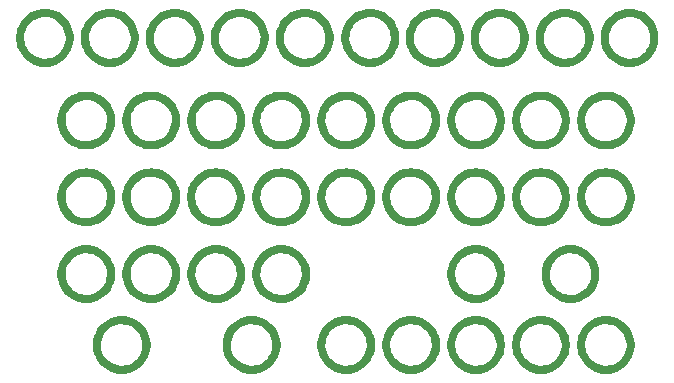
<source format=gbr>
%TF.GenerationSoftware,KiCad,Pcbnew,6.0.11-2627ca5db0~126~ubuntu22.04.1*%
%TF.CreationDate,2024-01-14T00:56:42+01:00*%
%TF.ProjectId,sda_trie_kbd,7364615f-7472-4696-955f-6b62642e6b69,rev?*%
%TF.SameCoordinates,PX2f34f60PY1c9b1e8*%
%TF.FileFunction,Paste,Top*%
%TF.FilePolarity,Positive*%
%FSLAX46Y46*%
G04 Gerber Fmt 4.6, Leading zero omitted, Abs format (unit mm)*
G04 Created by KiCad (PCBNEW 6.0.11-2627ca5db0~126~ubuntu22.04.1) date 2024-01-14 00:56:42*
%MOMM*%
%LPD*%
G01*
G04 APERTURE LIST*
G04 APERTURE END LIST*
G36*
X53906604Y-17713588D02*
G01*
X53830088Y-18011596D01*
X53716826Y-18297663D01*
X53568603Y-18567280D01*
X53387757Y-18816193D01*
X53177140Y-19040477D01*
X52940074Y-19236596D01*
X52680297Y-19401455D01*
X52401905Y-19532456D01*
X52109290Y-19627533D01*
X51807066Y-19685185D01*
X51500000Y-19704504D01*
X51192934Y-19685185D01*
X50890710Y-19627533D01*
X50598095Y-19532456D01*
X50319703Y-19401455D01*
X50059926Y-19236596D01*
X49822860Y-19040477D01*
X49612243Y-18816193D01*
X49431397Y-18567280D01*
X49283174Y-18297663D01*
X49169912Y-18011596D01*
X49093396Y-17713588D01*
X49054835Y-17408341D01*
X49054835Y-17100667D01*
X49093396Y-16795420D01*
X49169912Y-16497412D01*
X49283174Y-16211345D01*
X49431397Y-15941728D01*
X49612243Y-15692815D01*
X49822860Y-15468531D01*
X50059926Y-15272412D01*
X50319703Y-15107553D01*
X50598095Y-14976552D01*
X50890710Y-14881475D01*
X51192934Y-14823823D01*
X51500000Y-14804504D01*
X51545938Y-14807394D01*
X51545938Y-15500198D01*
X51286131Y-15512678D01*
X51031022Y-15563422D01*
X50786215Y-15651317D01*
X50557089Y-15774430D01*
X50348677Y-15930059D01*
X50165558Y-16114783D01*
X50011754Y-16324545D01*
X49890645Y-16554736D01*
X49804890Y-16800301D01*
X49756374Y-17055843D01*
X49746162Y-17315749D01*
X49774479Y-17574310D01*
X49840703Y-17825846D01*
X49943378Y-18064830D01*
X50080250Y-18286012D01*
X50248312Y-18484535D01*
X50443871Y-18656035D01*
X50662631Y-18796746D01*
X50899786Y-18903577D01*
X51150128Y-18974181D01*
X51408155Y-19007006D01*
X51500000Y-19009411D01*
X51759392Y-18990135D01*
X52013085Y-18932730D01*
X52255507Y-18838457D01*
X52481332Y-18709388D01*
X52685598Y-18548357D01*
X52863819Y-18358903D01*
X53012079Y-18145187D01*
X53127121Y-17911904D01*
X53206419Y-17664179D01*
X53248229Y-17407454D01*
X53251634Y-17147369D01*
X53216558Y-16889638D01*
X53143773Y-16639923D01*
X53034876Y-16403708D01*
X52892261Y-16186184D01*
X52719061Y-15992130D01*
X52519080Y-15825807D01*
X52296711Y-15690870D01*
X52056840Y-15590284D01*
X51804736Y-15526258D01*
X51545938Y-15500198D01*
X51545938Y-14807394D01*
X51807066Y-14823823D01*
X52109290Y-14881475D01*
X52401905Y-14976552D01*
X52680297Y-15107553D01*
X52940074Y-15272412D01*
X53177140Y-15468531D01*
X53387757Y-15692815D01*
X53568603Y-15941728D01*
X53716826Y-16211345D01*
X53830088Y-16497412D01*
X53906604Y-16795420D01*
X53945165Y-17100667D01*
X53945165Y-17408341D01*
X53906604Y-17713588D01*
G37*
G36*
X42906604Y-24213588D02*
G01*
X42830088Y-24511596D01*
X42716826Y-24797663D01*
X42568603Y-25067280D01*
X42387757Y-25316193D01*
X42177140Y-25540477D01*
X41940074Y-25736596D01*
X41680297Y-25901455D01*
X41401905Y-26032456D01*
X41109290Y-26127533D01*
X40807066Y-26185185D01*
X40500000Y-26204504D01*
X40192934Y-26185185D01*
X39890710Y-26127533D01*
X39598095Y-26032456D01*
X39319703Y-25901455D01*
X39059926Y-25736596D01*
X38822860Y-25540477D01*
X38612243Y-25316193D01*
X38431397Y-25067280D01*
X38283174Y-24797663D01*
X38169912Y-24511596D01*
X38093396Y-24213588D01*
X38054835Y-23908341D01*
X38054835Y-23600667D01*
X38093396Y-23295420D01*
X38169912Y-22997412D01*
X38283174Y-22711345D01*
X38431397Y-22441728D01*
X38612243Y-22192815D01*
X38822860Y-21968531D01*
X39059926Y-21772412D01*
X39319703Y-21607553D01*
X39598095Y-21476552D01*
X39890710Y-21381475D01*
X40192934Y-21323823D01*
X40500000Y-21304504D01*
X40545938Y-21307394D01*
X40545938Y-22000198D01*
X40286131Y-22012678D01*
X40031022Y-22063422D01*
X39786215Y-22151317D01*
X39557089Y-22274430D01*
X39348677Y-22430059D01*
X39165558Y-22614783D01*
X39011754Y-22824545D01*
X38890645Y-23054736D01*
X38804890Y-23300301D01*
X38756374Y-23555843D01*
X38746162Y-23815749D01*
X38774479Y-24074310D01*
X38840703Y-24325846D01*
X38943378Y-24564830D01*
X39080250Y-24786012D01*
X39248312Y-24984535D01*
X39443871Y-25156035D01*
X39662631Y-25296746D01*
X39899786Y-25403577D01*
X40150128Y-25474181D01*
X40408155Y-25507006D01*
X40500000Y-25509411D01*
X40759392Y-25490135D01*
X41013085Y-25432730D01*
X41255507Y-25338457D01*
X41481332Y-25209388D01*
X41685598Y-25048357D01*
X41863819Y-24858903D01*
X42012079Y-24645187D01*
X42127121Y-24411904D01*
X42206419Y-24164179D01*
X42248229Y-23907454D01*
X42251634Y-23647369D01*
X42216558Y-23389638D01*
X42143773Y-23139923D01*
X42034876Y-22903708D01*
X41892261Y-22686184D01*
X41719061Y-22492130D01*
X41519080Y-22325807D01*
X41296711Y-22190870D01*
X41056840Y-22090284D01*
X40804736Y-22026258D01*
X40545938Y-22000198D01*
X40545938Y-21307394D01*
X40807066Y-21323823D01*
X41109290Y-21381475D01*
X41401905Y-21476552D01*
X41680297Y-21607553D01*
X41940074Y-21772412D01*
X42177140Y-21968531D01*
X42387757Y-22192815D01*
X42568603Y-22441728D01*
X42716826Y-22711345D01*
X42830088Y-22997412D01*
X42906604Y-23295420D01*
X42945165Y-23600667D01*
X42945165Y-23908341D01*
X42906604Y-24213588D01*
G37*
G36*
X31906604Y-36713588D02*
G01*
X31830088Y-37011596D01*
X31716826Y-37297663D01*
X31568603Y-37567280D01*
X31387757Y-37816193D01*
X31177140Y-38040477D01*
X30940074Y-38236596D01*
X30680297Y-38401455D01*
X30401905Y-38532456D01*
X30109290Y-38627533D01*
X29807066Y-38685185D01*
X29500000Y-38704504D01*
X29192934Y-38685185D01*
X28890710Y-38627533D01*
X28598095Y-38532456D01*
X28319703Y-38401455D01*
X28059926Y-38236596D01*
X27822860Y-38040477D01*
X27612243Y-37816193D01*
X27431397Y-37567280D01*
X27283174Y-37297663D01*
X27169912Y-37011596D01*
X27093396Y-36713588D01*
X27054835Y-36408341D01*
X27054835Y-36100667D01*
X27093396Y-35795420D01*
X27169912Y-35497412D01*
X27283174Y-35211345D01*
X27431397Y-34941728D01*
X27612243Y-34692815D01*
X27822860Y-34468531D01*
X28059926Y-34272412D01*
X28319703Y-34107553D01*
X28598095Y-33976552D01*
X28890710Y-33881475D01*
X29192934Y-33823823D01*
X29500000Y-33804504D01*
X29545938Y-33807394D01*
X29545938Y-34500198D01*
X29286131Y-34512678D01*
X29031022Y-34563422D01*
X28786215Y-34651317D01*
X28557089Y-34774430D01*
X28348677Y-34930059D01*
X28165558Y-35114783D01*
X28011754Y-35324545D01*
X27890645Y-35554736D01*
X27804890Y-35800301D01*
X27756374Y-36055843D01*
X27746162Y-36315749D01*
X27774479Y-36574310D01*
X27840703Y-36825846D01*
X27943378Y-37064830D01*
X28080250Y-37286012D01*
X28248312Y-37484535D01*
X28443871Y-37656035D01*
X28662631Y-37796746D01*
X28899786Y-37903577D01*
X29150128Y-37974181D01*
X29408155Y-38007006D01*
X29500000Y-38009411D01*
X29759392Y-37990135D01*
X30013085Y-37932730D01*
X30255507Y-37838457D01*
X30481332Y-37709388D01*
X30685598Y-37548357D01*
X30863819Y-37358903D01*
X31012079Y-37145187D01*
X31127121Y-36911904D01*
X31206419Y-36664179D01*
X31248229Y-36407454D01*
X31251634Y-36147369D01*
X31216558Y-35889638D01*
X31143773Y-35639923D01*
X31034876Y-35403708D01*
X30892261Y-35186184D01*
X30719061Y-34992130D01*
X30519080Y-34825807D01*
X30296711Y-34690870D01*
X30056840Y-34590284D01*
X29804736Y-34526258D01*
X29545938Y-34500198D01*
X29545938Y-33807394D01*
X29807066Y-33823823D01*
X30109290Y-33881475D01*
X30401905Y-33976552D01*
X30680297Y-34107553D01*
X30940074Y-34272412D01*
X31177140Y-34468531D01*
X31387757Y-34692815D01*
X31568603Y-34941728D01*
X31716826Y-35211345D01*
X31830088Y-35497412D01*
X31906604Y-35795420D01*
X31945165Y-36100667D01*
X31945165Y-36408341D01*
X31906604Y-36713588D01*
G37*
G36*
X15406604Y-17713588D02*
G01*
X15330088Y-18011596D01*
X15216826Y-18297663D01*
X15068603Y-18567280D01*
X14887757Y-18816193D01*
X14677140Y-19040477D01*
X14440074Y-19236596D01*
X14180297Y-19401455D01*
X13901905Y-19532456D01*
X13609290Y-19627533D01*
X13307066Y-19685185D01*
X13000000Y-19704504D01*
X12692934Y-19685185D01*
X12390710Y-19627533D01*
X12098095Y-19532456D01*
X11819703Y-19401455D01*
X11559926Y-19236596D01*
X11322860Y-19040477D01*
X11112243Y-18816193D01*
X10931397Y-18567280D01*
X10783174Y-18297663D01*
X10669912Y-18011596D01*
X10593396Y-17713588D01*
X10554835Y-17408341D01*
X10554835Y-17100667D01*
X10593396Y-16795420D01*
X10669912Y-16497412D01*
X10783174Y-16211345D01*
X10931397Y-15941728D01*
X11112243Y-15692815D01*
X11322860Y-15468531D01*
X11559926Y-15272412D01*
X11819703Y-15107553D01*
X12098095Y-14976552D01*
X12390710Y-14881475D01*
X12692934Y-14823823D01*
X13000000Y-14804504D01*
X13045938Y-14807394D01*
X13045938Y-15500198D01*
X12786131Y-15512678D01*
X12531022Y-15563422D01*
X12286215Y-15651317D01*
X12057089Y-15774430D01*
X11848677Y-15930059D01*
X11665558Y-16114783D01*
X11511754Y-16324545D01*
X11390645Y-16554736D01*
X11304890Y-16800301D01*
X11256374Y-17055843D01*
X11246162Y-17315749D01*
X11274479Y-17574310D01*
X11340703Y-17825846D01*
X11443378Y-18064830D01*
X11580250Y-18286012D01*
X11748312Y-18484535D01*
X11943871Y-18656035D01*
X12162631Y-18796746D01*
X12399786Y-18903577D01*
X12650128Y-18974181D01*
X12908155Y-19007006D01*
X13000000Y-19009411D01*
X13259392Y-18990135D01*
X13513085Y-18932730D01*
X13755507Y-18838457D01*
X13981332Y-18709388D01*
X14185598Y-18548357D01*
X14363819Y-18358903D01*
X14512079Y-18145187D01*
X14627121Y-17911904D01*
X14706419Y-17664179D01*
X14748229Y-17407454D01*
X14751634Y-17147369D01*
X14716558Y-16889638D01*
X14643773Y-16639923D01*
X14534876Y-16403708D01*
X14392261Y-16186184D01*
X14219061Y-15992130D01*
X14019080Y-15825807D01*
X13796711Y-15690870D01*
X13556840Y-15590284D01*
X13304736Y-15526258D01*
X13045938Y-15500198D01*
X13045938Y-14807394D01*
X13307066Y-14823823D01*
X13609290Y-14881475D01*
X13901905Y-14976552D01*
X14180297Y-15107553D01*
X14440074Y-15272412D01*
X14677140Y-15468531D01*
X14887757Y-15692815D01*
X15068603Y-15941728D01*
X15216826Y-16211345D01*
X15330088Y-16497412D01*
X15406604Y-16795420D01*
X15445165Y-17100667D01*
X15445165Y-17408341D01*
X15406604Y-17713588D01*
G37*
G36*
X53906604Y-36713588D02*
G01*
X53830088Y-37011596D01*
X53716826Y-37297663D01*
X53568603Y-37567280D01*
X53387757Y-37816193D01*
X53177140Y-38040477D01*
X52940074Y-38236596D01*
X52680297Y-38401455D01*
X52401905Y-38532456D01*
X52109290Y-38627533D01*
X51807066Y-38685185D01*
X51500000Y-38704504D01*
X51192934Y-38685185D01*
X50890710Y-38627533D01*
X50598095Y-38532456D01*
X50319703Y-38401455D01*
X50059926Y-38236596D01*
X49822860Y-38040477D01*
X49612243Y-37816193D01*
X49431397Y-37567280D01*
X49283174Y-37297663D01*
X49169912Y-37011596D01*
X49093396Y-36713588D01*
X49054835Y-36408341D01*
X49054835Y-36100667D01*
X49093396Y-35795420D01*
X49169912Y-35497412D01*
X49283174Y-35211345D01*
X49431397Y-34941728D01*
X49612243Y-34692815D01*
X49822860Y-34468531D01*
X50059926Y-34272412D01*
X50319703Y-34107553D01*
X50598095Y-33976552D01*
X50890710Y-33881475D01*
X51192934Y-33823823D01*
X51500000Y-33804504D01*
X51545938Y-33807394D01*
X51545938Y-34500198D01*
X51286131Y-34512678D01*
X51031022Y-34563422D01*
X50786215Y-34651317D01*
X50557089Y-34774430D01*
X50348677Y-34930059D01*
X50165558Y-35114783D01*
X50011754Y-35324545D01*
X49890645Y-35554736D01*
X49804890Y-35800301D01*
X49756374Y-36055843D01*
X49746162Y-36315749D01*
X49774479Y-36574310D01*
X49840703Y-36825846D01*
X49943378Y-37064830D01*
X50080250Y-37286012D01*
X50248312Y-37484535D01*
X50443871Y-37656035D01*
X50662631Y-37796746D01*
X50899786Y-37903577D01*
X51150128Y-37974181D01*
X51408155Y-38007006D01*
X51500000Y-38009411D01*
X51759392Y-37990135D01*
X52013085Y-37932730D01*
X52255507Y-37838457D01*
X52481332Y-37709388D01*
X52685598Y-37548357D01*
X52863819Y-37358903D01*
X53012079Y-37145187D01*
X53127121Y-36911904D01*
X53206419Y-36664179D01*
X53248229Y-36407454D01*
X53251634Y-36147369D01*
X53216558Y-35889638D01*
X53143773Y-35639923D01*
X53034876Y-35403708D01*
X52892261Y-35186184D01*
X52719061Y-34992130D01*
X52519080Y-34825807D01*
X52296711Y-34690870D01*
X52056840Y-34590284D01*
X51804736Y-34526258D01*
X51545938Y-34500198D01*
X51545938Y-33807394D01*
X51807066Y-33823823D01*
X52109290Y-33881475D01*
X52401905Y-33976552D01*
X52680297Y-34107553D01*
X52940074Y-34272412D01*
X53177140Y-34468531D01*
X53387757Y-34692815D01*
X53568603Y-34941728D01*
X53716826Y-35211345D01*
X53830088Y-35497412D01*
X53906604Y-35795420D01*
X53945165Y-36100667D01*
X53945165Y-36408341D01*
X53906604Y-36713588D01*
G37*
G36*
X33945809Y-10713588D02*
G01*
X33869293Y-11011596D01*
X33756031Y-11297663D01*
X33607808Y-11567280D01*
X33426962Y-11816193D01*
X33216345Y-12040477D01*
X32979279Y-12236596D01*
X32719502Y-12401455D01*
X32441110Y-12532456D01*
X32148495Y-12627533D01*
X31846271Y-12685185D01*
X31539205Y-12704504D01*
X31232139Y-12685185D01*
X30929915Y-12627533D01*
X30637300Y-12532456D01*
X30358908Y-12401455D01*
X30099131Y-12236596D01*
X29862065Y-12040477D01*
X29651448Y-11816193D01*
X29470602Y-11567280D01*
X29322379Y-11297663D01*
X29209117Y-11011596D01*
X29132601Y-10713588D01*
X29094040Y-10408341D01*
X29094040Y-10100667D01*
X29132601Y-9795420D01*
X29209117Y-9497412D01*
X29322379Y-9211345D01*
X29470602Y-8941728D01*
X29651448Y-8692815D01*
X29862065Y-8468531D01*
X30099131Y-8272412D01*
X30358908Y-8107553D01*
X30637300Y-7976552D01*
X30929915Y-7881475D01*
X31232139Y-7823823D01*
X31539205Y-7804504D01*
X31585143Y-7807394D01*
X31585143Y-8500198D01*
X31325336Y-8512678D01*
X31070227Y-8563422D01*
X30825420Y-8651317D01*
X30596294Y-8774430D01*
X30387882Y-8930059D01*
X30204763Y-9114783D01*
X30050959Y-9324545D01*
X29929850Y-9554736D01*
X29844095Y-9800301D01*
X29795579Y-10055843D01*
X29785367Y-10315749D01*
X29813684Y-10574310D01*
X29879908Y-10825846D01*
X29982583Y-11064830D01*
X30119455Y-11286012D01*
X30287517Y-11484535D01*
X30483076Y-11656035D01*
X30701836Y-11796746D01*
X30938991Y-11903577D01*
X31189333Y-11974181D01*
X31447360Y-12007006D01*
X31539205Y-12009411D01*
X31798597Y-11990135D01*
X32052290Y-11932730D01*
X32294712Y-11838457D01*
X32520537Y-11709388D01*
X32724803Y-11548357D01*
X32903024Y-11358903D01*
X33051284Y-11145187D01*
X33166326Y-10911904D01*
X33245624Y-10664179D01*
X33287434Y-10407454D01*
X33290839Y-10147369D01*
X33255763Y-9889638D01*
X33182978Y-9639923D01*
X33074081Y-9403708D01*
X32931466Y-9186184D01*
X32758266Y-8992130D01*
X32558285Y-8825807D01*
X32335916Y-8690870D01*
X32096045Y-8590284D01*
X31843941Y-8526258D01*
X31585143Y-8500198D01*
X31585143Y-7807394D01*
X31846271Y-7823823D01*
X32148495Y-7881475D01*
X32441110Y-7976552D01*
X32719502Y-8107553D01*
X32979279Y-8272412D01*
X33216345Y-8468531D01*
X33426962Y-8692815D01*
X33607808Y-8941728D01*
X33756031Y-9211345D01*
X33869293Y-9497412D01*
X33945809Y-9795420D01*
X33984370Y-10100667D01*
X33984370Y-10408341D01*
X33945809Y-10713588D01*
G37*
G36*
X55906604Y-10713588D02*
G01*
X55830088Y-11011596D01*
X55716826Y-11297663D01*
X55568603Y-11567280D01*
X55387757Y-11816193D01*
X55177140Y-12040477D01*
X54940074Y-12236596D01*
X54680297Y-12401455D01*
X54401905Y-12532456D01*
X54109290Y-12627533D01*
X53807066Y-12685185D01*
X53500000Y-12704504D01*
X53192934Y-12685185D01*
X52890710Y-12627533D01*
X52598095Y-12532456D01*
X52319703Y-12401455D01*
X52059926Y-12236596D01*
X51822860Y-12040477D01*
X51612243Y-11816193D01*
X51431397Y-11567280D01*
X51283174Y-11297663D01*
X51169912Y-11011596D01*
X51093396Y-10713588D01*
X51054835Y-10408341D01*
X51054835Y-10100667D01*
X51093396Y-9795420D01*
X51169912Y-9497412D01*
X51283174Y-9211345D01*
X51431397Y-8941728D01*
X51612243Y-8692815D01*
X51822860Y-8468531D01*
X52059926Y-8272412D01*
X52319703Y-8107553D01*
X52598095Y-7976552D01*
X52890710Y-7881475D01*
X53192934Y-7823823D01*
X53500000Y-7804504D01*
X53545938Y-7807394D01*
X53545938Y-8500198D01*
X53286131Y-8512678D01*
X53031022Y-8563422D01*
X52786215Y-8651317D01*
X52557089Y-8774430D01*
X52348677Y-8930059D01*
X52165558Y-9114783D01*
X52011754Y-9324545D01*
X51890645Y-9554736D01*
X51804890Y-9800301D01*
X51756374Y-10055843D01*
X51746162Y-10315749D01*
X51774479Y-10574310D01*
X51840703Y-10825846D01*
X51943378Y-11064830D01*
X52080250Y-11286012D01*
X52248312Y-11484535D01*
X52443871Y-11656035D01*
X52662631Y-11796746D01*
X52899786Y-11903577D01*
X53150128Y-11974181D01*
X53408155Y-12007006D01*
X53500000Y-12009411D01*
X53759392Y-11990135D01*
X54013085Y-11932730D01*
X54255507Y-11838457D01*
X54481332Y-11709388D01*
X54685598Y-11548357D01*
X54863819Y-11358903D01*
X55012079Y-11145187D01*
X55127121Y-10911904D01*
X55206419Y-10664179D01*
X55248229Y-10407454D01*
X55251634Y-10147369D01*
X55216558Y-9889638D01*
X55143773Y-9639923D01*
X55034876Y-9403708D01*
X54892261Y-9186184D01*
X54719061Y-8992130D01*
X54519080Y-8825807D01*
X54296711Y-8690870D01*
X54056840Y-8590284D01*
X53804736Y-8526258D01*
X53545938Y-8500198D01*
X53545938Y-7807394D01*
X53807066Y-7823823D01*
X54109290Y-7881475D01*
X54401905Y-7976552D01*
X54680297Y-8107553D01*
X54940074Y-8272412D01*
X55177140Y-8468531D01*
X55387757Y-8692815D01*
X55568603Y-8941728D01*
X55716826Y-9211345D01*
X55830088Y-9497412D01*
X55906604Y-9795420D01*
X55945165Y-10100667D01*
X55945165Y-10408341D01*
X55906604Y-10713588D01*
G37*
G36*
X15406604Y-24213588D02*
G01*
X15330088Y-24511596D01*
X15216826Y-24797663D01*
X15068603Y-25067280D01*
X14887757Y-25316193D01*
X14677140Y-25540477D01*
X14440074Y-25736596D01*
X14180297Y-25901455D01*
X13901905Y-26032456D01*
X13609290Y-26127533D01*
X13307066Y-26185185D01*
X13000000Y-26204504D01*
X12692934Y-26185185D01*
X12390710Y-26127533D01*
X12098095Y-26032456D01*
X11819703Y-25901455D01*
X11559926Y-25736596D01*
X11322860Y-25540477D01*
X11112243Y-25316193D01*
X10931397Y-25067280D01*
X10783174Y-24797663D01*
X10669912Y-24511596D01*
X10593396Y-24213588D01*
X10554835Y-23908341D01*
X10554835Y-23600667D01*
X10593396Y-23295420D01*
X10669912Y-22997412D01*
X10783174Y-22711345D01*
X10931397Y-22441728D01*
X11112243Y-22192815D01*
X11322860Y-21968531D01*
X11559926Y-21772412D01*
X11819703Y-21607553D01*
X12098095Y-21476552D01*
X12390710Y-21381475D01*
X12692934Y-21323823D01*
X13000000Y-21304504D01*
X13045938Y-21307394D01*
X13045938Y-22000198D01*
X12786131Y-22012678D01*
X12531022Y-22063422D01*
X12286215Y-22151317D01*
X12057089Y-22274430D01*
X11848677Y-22430059D01*
X11665558Y-22614783D01*
X11511754Y-22824545D01*
X11390645Y-23054736D01*
X11304890Y-23300301D01*
X11256374Y-23555843D01*
X11246162Y-23815749D01*
X11274479Y-24074310D01*
X11340703Y-24325846D01*
X11443378Y-24564830D01*
X11580250Y-24786012D01*
X11748312Y-24984535D01*
X11943871Y-25156035D01*
X12162631Y-25296746D01*
X12399786Y-25403577D01*
X12650128Y-25474181D01*
X12908155Y-25507006D01*
X13000000Y-25509411D01*
X13259392Y-25490135D01*
X13513085Y-25432730D01*
X13755507Y-25338457D01*
X13981332Y-25209388D01*
X14185598Y-25048357D01*
X14363819Y-24858903D01*
X14512079Y-24645187D01*
X14627121Y-24411904D01*
X14706419Y-24164179D01*
X14748229Y-23907454D01*
X14751634Y-23647369D01*
X14716558Y-23389638D01*
X14643773Y-23139923D01*
X14534876Y-22903708D01*
X14392261Y-22686184D01*
X14219061Y-22492130D01*
X14019080Y-22325807D01*
X13796711Y-22190870D01*
X13556840Y-22090284D01*
X13304736Y-22026258D01*
X13045938Y-22000198D01*
X13045938Y-21307394D01*
X13307066Y-21323823D01*
X13609290Y-21381475D01*
X13901905Y-21476552D01*
X14180297Y-21607553D01*
X14440074Y-21772412D01*
X14677140Y-21968531D01*
X14887757Y-22192815D01*
X15068603Y-22441728D01*
X15216826Y-22711345D01*
X15330088Y-22997412D01*
X15406604Y-23295420D01*
X15445165Y-23600667D01*
X15445165Y-23908341D01*
X15406604Y-24213588D01*
G37*
G36*
X26406604Y-17713588D02*
G01*
X26330088Y-18011596D01*
X26216826Y-18297663D01*
X26068603Y-18567280D01*
X25887757Y-18816193D01*
X25677140Y-19040477D01*
X25440074Y-19236596D01*
X25180297Y-19401455D01*
X24901905Y-19532456D01*
X24609290Y-19627533D01*
X24307066Y-19685185D01*
X24000000Y-19704504D01*
X23692934Y-19685185D01*
X23390710Y-19627533D01*
X23098095Y-19532456D01*
X22819703Y-19401455D01*
X22559926Y-19236596D01*
X22322860Y-19040477D01*
X22112243Y-18816193D01*
X21931397Y-18567280D01*
X21783174Y-18297663D01*
X21669912Y-18011596D01*
X21593396Y-17713588D01*
X21554835Y-17408341D01*
X21554835Y-17100667D01*
X21593396Y-16795420D01*
X21669912Y-16497412D01*
X21783174Y-16211345D01*
X21931397Y-15941728D01*
X22112243Y-15692815D01*
X22322860Y-15468531D01*
X22559926Y-15272412D01*
X22819703Y-15107553D01*
X23098095Y-14976552D01*
X23390710Y-14881475D01*
X23692934Y-14823823D01*
X24000000Y-14804504D01*
X24045938Y-14807394D01*
X24045938Y-15500198D01*
X23786131Y-15512678D01*
X23531022Y-15563422D01*
X23286215Y-15651317D01*
X23057089Y-15774430D01*
X22848677Y-15930059D01*
X22665558Y-16114783D01*
X22511754Y-16324545D01*
X22390645Y-16554736D01*
X22304890Y-16800301D01*
X22256374Y-17055843D01*
X22246162Y-17315749D01*
X22274479Y-17574310D01*
X22340703Y-17825846D01*
X22443378Y-18064830D01*
X22580250Y-18286012D01*
X22748312Y-18484535D01*
X22943871Y-18656035D01*
X23162631Y-18796746D01*
X23399786Y-18903577D01*
X23650128Y-18974181D01*
X23908155Y-19007006D01*
X24000000Y-19009411D01*
X24259392Y-18990135D01*
X24513085Y-18932730D01*
X24755507Y-18838457D01*
X24981332Y-18709388D01*
X25185598Y-18548357D01*
X25363819Y-18358903D01*
X25512079Y-18145187D01*
X25627121Y-17911904D01*
X25706419Y-17664179D01*
X25748229Y-17407454D01*
X25751634Y-17147369D01*
X25716558Y-16889638D01*
X25643773Y-16639923D01*
X25534876Y-16403708D01*
X25392261Y-16186184D01*
X25219061Y-15992130D01*
X25019080Y-15825807D01*
X24796711Y-15690870D01*
X24556840Y-15590284D01*
X24304736Y-15526258D01*
X24045938Y-15500198D01*
X24045938Y-14807394D01*
X24307066Y-14823823D01*
X24609290Y-14881475D01*
X24901905Y-14976552D01*
X25180297Y-15107553D01*
X25440074Y-15272412D01*
X25677140Y-15468531D01*
X25887757Y-15692815D01*
X26068603Y-15941728D01*
X26216826Y-16211345D01*
X26330088Y-16497412D01*
X26406604Y-16795420D01*
X26445165Y-17100667D01*
X26445165Y-17408341D01*
X26406604Y-17713588D01*
G37*
G36*
X17406604Y-10713588D02*
G01*
X17330088Y-11011596D01*
X17216826Y-11297663D01*
X17068603Y-11567280D01*
X16887757Y-11816193D01*
X16677140Y-12040477D01*
X16440074Y-12236596D01*
X16180297Y-12401455D01*
X15901905Y-12532456D01*
X15609290Y-12627533D01*
X15307066Y-12685185D01*
X15000000Y-12704504D01*
X14692934Y-12685185D01*
X14390710Y-12627533D01*
X14098095Y-12532456D01*
X13819703Y-12401455D01*
X13559926Y-12236596D01*
X13322860Y-12040477D01*
X13112243Y-11816193D01*
X12931397Y-11567280D01*
X12783174Y-11297663D01*
X12669912Y-11011596D01*
X12593396Y-10713588D01*
X12554835Y-10408341D01*
X12554835Y-10100667D01*
X12593396Y-9795420D01*
X12669912Y-9497412D01*
X12783174Y-9211345D01*
X12931397Y-8941728D01*
X13112243Y-8692815D01*
X13322860Y-8468531D01*
X13559926Y-8272412D01*
X13819703Y-8107553D01*
X14098095Y-7976552D01*
X14390710Y-7881475D01*
X14692934Y-7823823D01*
X15000000Y-7804504D01*
X15045938Y-7807394D01*
X15045938Y-8500198D01*
X14786131Y-8512678D01*
X14531022Y-8563422D01*
X14286215Y-8651317D01*
X14057089Y-8774430D01*
X13848677Y-8930059D01*
X13665558Y-9114783D01*
X13511754Y-9324545D01*
X13390645Y-9554736D01*
X13304890Y-9800301D01*
X13256374Y-10055843D01*
X13246162Y-10315749D01*
X13274479Y-10574310D01*
X13340703Y-10825846D01*
X13443378Y-11064830D01*
X13580250Y-11286012D01*
X13748312Y-11484535D01*
X13943871Y-11656035D01*
X14162631Y-11796746D01*
X14399786Y-11903577D01*
X14650128Y-11974181D01*
X14908155Y-12007006D01*
X15000000Y-12009411D01*
X15259392Y-11990135D01*
X15513085Y-11932730D01*
X15755507Y-11838457D01*
X15981332Y-11709388D01*
X16185598Y-11548357D01*
X16363819Y-11358903D01*
X16512079Y-11145187D01*
X16627121Y-10911904D01*
X16706419Y-10664179D01*
X16748229Y-10407454D01*
X16751634Y-10147369D01*
X16716558Y-9889638D01*
X16643773Y-9639923D01*
X16534876Y-9403708D01*
X16392261Y-9186184D01*
X16219061Y-8992130D01*
X16019080Y-8825807D01*
X15796711Y-8690870D01*
X15556840Y-8590284D01*
X15304736Y-8526258D01*
X15045938Y-8500198D01*
X15045938Y-7807394D01*
X15307066Y-7823823D01*
X15609290Y-7881475D01*
X15901905Y-7976552D01*
X16180297Y-8107553D01*
X16440074Y-8272412D01*
X16677140Y-8468531D01*
X16887757Y-8692815D01*
X17068603Y-8941728D01*
X17216826Y-9211345D01*
X17330088Y-9497412D01*
X17406604Y-9795420D01*
X17445165Y-10100667D01*
X17445165Y-10408341D01*
X17406604Y-10713588D01*
G37*
G36*
X42906604Y-36713588D02*
G01*
X42830088Y-37011596D01*
X42716826Y-37297663D01*
X42568603Y-37567280D01*
X42387757Y-37816193D01*
X42177140Y-38040477D01*
X41940074Y-38236596D01*
X41680297Y-38401455D01*
X41401905Y-38532456D01*
X41109290Y-38627533D01*
X40807066Y-38685185D01*
X40500000Y-38704504D01*
X40192934Y-38685185D01*
X39890710Y-38627533D01*
X39598095Y-38532456D01*
X39319703Y-38401455D01*
X39059926Y-38236596D01*
X38822860Y-38040477D01*
X38612243Y-37816193D01*
X38431397Y-37567280D01*
X38283174Y-37297663D01*
X38169912Y-37011596D01*
X38093396Y-36713588D01*
X38054835Y-36408341D01*
X38054835Y-36100667D01*
X38093396Y-35795420D01*
X38169912Y-35497412D01*
X38283174Y-35211345D01*
X38431397Y-34941728D01*
X38612243Y-34692815D01*
X38822860Y-34468531D01*
X39059926Y-34272412D01*
X39319703Y-34107553D01*
X39598095Y-33976552D01*
X39890710Y-33881475D01*
X40192934Y-33823823D01*
X40500000Y-33804504D01*
X40545938Y-33807394D01*
X40545938Y-34500198D01*
X40286131Y-34512678D01*
X40031022Y-34563422D01*
X39786215Y-34651317D01*
X39557089Y-34774430D01*
X39348677Y-34930059D01*
X39165558Y-35114783D01*
X39011754Y-35324545D01*
X38890645Y-35554736D01*
X38804890Y-35800301D01*
X38756374Y-36055843D01*
X38746162Y-36315749D01*
X38774479Y-36574310D01*
X38840703Y-36825846D01*
X38943378Y-37064830D01*
X39080250Y-37286012D01*
X39248312Y-37484535D01*
X39443871Y-37656035D01*
X39662631Y-37796746D01*
X39899786Y-37903577D01*
X40150128Y-37974181D01*
X40408155Y-38007006D01*
X40500000Y-38009411D01*
X40759392Y-37990135D01*
X41013085Y-37932730D01*
X41255507Y-37838457D01*
X41481332Y-37709388D01*
X41685598Y-37548357D01*
X41863819Y-37358903D01*
X42012079Y-37145187D01*
X42127121Y-36911904D01*
X42206419Y-36664179D01*
X42248229Y-36407454D01*
X42251634Y-36147369D01*
X42216558Y-35889638D01*
X42143773Y-35639923D01*
X42034876Y-35403708D01*
X41892261Y-35186184D01*
X41719061Y-34992130D01*
X41519080Y-34825807D01*
X41296711Y-34690870D01*
X41056840Y-34590284D01*
X40804736Y-34526258D01*
X40545938Y-34500198D01*
X40545938Y-33807394D01*
X40807066Y-33823823D01*
X41109290Y-33881475D01*
X41401905Y-33976552D01*
X41680297Y-34107553D01*
X41940074Y-34272412D01*
X42177140Y-34468531D01*
X42387757Y-34692815D01*
X42568603Y-34941728D01*
X42716826Y-35211345D01*
X42830088Y-35497412D01*
X42906604Y-35795420D01*
X42945165Y-36100667D01*
X42945165Y-36408341D01*
X42906604Y-36713588D01*
G37*
G36*
X37406604Y-36713588D02*
G01*
X37330088Y-37011596D01*
X37216826Y-37297663D01*
X37068603Y-37567280D01*
X36887757Y-37816193D01*
X36677140Y-38040477D01*
X36440074Y-38236596D01*
X36180297Y-38401455D01*
X35901905Y-38532456D01*
X35609290Y-38627533D01*
X35307066Y-38685185D01*
X35000000Y-38704504D01*
X34692934Y-38685185D01*
X34390710Y-38627533D01*
X34098095Y-38532456D01*
X33819703Y-38401455D01*
X33559926Y-38236596D01*
X33322860Y-38040477D01*
X33112243Y-37816193D01*
X32931397Y-37567280D01*
X32783174Y-37297663D01*
X32669912Y-37011596D01*
X32593396Y-36713588D01*
X32554835Y-36408341D01*
X32554835Y-36100667D01*
X32593396Y-35795420D01*
X32669912Y-35497412D01*
X32783174Y-35211345D01*
X32931397Y-34941728D01*
X33112243Y-34692815D01*
X33322860Y-34468531D01*
X33559926Y-34272412D01*
X33819703Y-34107553D01*
X34098095Y-33976552D01*
X34390710Y-33881475D01*
X34692934Y-33823823D01*
X35000000Y-33804504D01*
X35045938Y-33807394D01*
X35045938Y-34500198D01*
X34786131Y-34512678D01*
X34531022Y-34563422D01*
X34286215Y-34651317D01*
X34057089Y-34774430D01*
X33848677Y-34930059D01*
X33665558Y-35114783D01*
X33511754Y-35324545D01*
X33390645Y-35554736D01*
X33304890Y-35800301D01*
X33256374Y-36055843D01*
X33246162Y-36315749D01*
X33274479Y-36574310D01*
X33340703Y-36825846D01*
X33443378Y-37064830D01*
X33580250Y-37286012D01*
X33748312Y-37484535D01*
X33943871Y-37656035D01*
X34162631Y-37796746D01*
X34399786Y-37903577D01*
X34650128Y-37974181D01*
X34908155Y-38007006D01*
X35000000Y-38009411D01*
X35259392Y-37990135D01*
X35513085Y-37932730D01*
X35755507Y-37838457D01*
X35981332Y-37709388D01*
X36185598Y-37548357D01*
X36363819Y-37358903D01*
X36512079Y-37145187D01*
X36627121Y-36911904D01*
X36706419Y-36664179D01*
X36748229Y-36407454D01*
X36751634Y-36147369D01*
X36716558Y-35889638D01*
X36643773Y-35639923D01*
X36534876Y-35403708D01*
X36392261Y-35186184D01*
X36219061Y-34992130D01*
X36019080Y-34825807D01*
X35796711Y-34690870D01*
X35556840Y-34590284D01*
X35304736Y-34526258D01*
X35045938Y-34500198D01*
X35045938Y-33807394D01*
X35307066Y-33823823D01*
X35609290Y-33881475D01*
X35901905Y-33976552D01*
X36180297Y-34107553D01*
X36440074Y-34272412D01*
X36677140Y-34468531D01*
X36887757Y-34692815D01*
X37068603Y-34941728D01*
X37216826Y-35211345D01*
X37330088Y-35497412D01*
X37406604Y-35795420D01*
X37445165Y-36100667D01*
X37445165Y-36408341D01*
X37406604Y-36713588D01*
G37*
G36*
X50406604Y-10713588D02*
G01*
X50330088Y-11011596D01*
X50216826Y-11297663D01*
X50068603Y-11567280D01*
X49887757Y-11816193D01*
X49677140Y-12040477D01*
X49440074Y-12236596D01*
X49180297Y-12401455D01*
X48901905Y-12532456D01*
X48609290Y-12627533D01*
X48307066Y-12685185D01*
X48000000Y-12704504D01*
X47692934Y-12685185D01*
X47390710Y-12627533D01*
X47098095Y-12532456D01*
X46819703Y-12401455D01*
X46559926Y-12236596D01*
X46322860Y-12040477D01*
X46112243Y-11816193D01*
X45931397Y-11567280D01*
X45783174Y-11297663D01*
X45669912Y-11011596D01*
X45593396Y-10713588D01*
X45554835Y-10408341D01*
X45554835Y-10100667D01*
X45593396Y-9795420D01*
X45669912Y-9497412D01*
X45783174Y-9211345D01*
X45931397Y-8941728D01*
X46112243Y-8692815D01*
X46322860Y-8468531D01*
X46559926Y-8272412D01*
X46819703Y-8107553D01*
X47098095Y-7976552D01*
X47390710Y-7881475D01*
X47692934Y-7823823D01*
X48000000Y-7804504D01*
X48045938Y-7807394D01*
X48045938Y-8500198D01*
X47786131Y-8512678D01*
X47531022Y-8563422D01*
X47286215Y-8651317D01*
X47057089Y-8774430D01*
X46848677Y-8930059D01*
X46665558Y-9114783D01*
X46511754Y-9324545D01*
X46390645Y-9554736D01*
X46304890Y-9800301D01*
X46256374Y-10055843D01*
X46246162Y-10315749D01*
X46274479Y-10574310D01*
X46340703Y-10825846D01*
X46443378Y-11064830D01*
X46580250Y-11286012D01*
X46748312Y-11484535D01*
X46943871Y-11656035D01*
X47162631Y-11796746D01*
X47399786Y-11903577D01*
X47650128Y-11974181D01*
X47908155Y-12007006D01*
X48000000Y-12009411D01*
X48259392Y-11990135D01*
X48513085Y-11932730D01*
X48755507Y-11838457D01*
X48981332Y-11709388D01*
X49185598Y-11548357D01*
X49363819Y-11358903D01*
X49512079Y-11145187D01*
X49627121Y-10911904D01*
X49706419Y-10664179D01*
X49748229Y-10407454D01*
X49751634Y-10147369D01*
X49716558Y-9889638D01*
X49643773Y-9639923D01*
X49534876Y-9403708D01*
X49392261Y-9186184D01*
X49219061Y-8992130D01*
X49019080Y-8825807D01*
X48796711Y-8690870D01*
X48556840Y-8590284D01*
X48304736Y-8526258D01*
X48045938Y-8500198D01*
X48045938Y-7807394D01*
X48307066Y-7823823D01*
X48609290Y-7881475D01*
X48901905Y-7976552D01*
X49180297Y-8107553D01*
X49440074Y-8272412D01*
X49677140Y-8468531D01*
X49887757Y-8692815D01*
X50068603Y-8941728D01*
X50216826Y-9211345D01*
X50330088Y-9497412D01*
X50406604Y-9795420D01*
X50445165Y-10100667D01*
X50445165Y-10408341D01*
X50406604Y-10713588D01*
G37*
G36*
X42906604Y-30713588D02*
G01*
X42830088Y-31011596D01*
X42716826Y-31297663D01*
X42568603Y-31567280D01*
X42387757Y-31816193D01*
X42177140Y-32040477D01*
X41940074Y-32236596D01*
X41680297Y-32401455D01*
X41401905Y-32532456D01*
X41109290Y-32627533D01*
X40807066Y-32685185D01*
X40500000Y-32704504D01*
X40192934Y-32685185D01*
X39890710Y-32627533D01*
X39598095Y-32532456D01*
X39319703Y-32401455D01*
X39059926Y-32236596D01*
X38822860Y-32040477D01*
X38612243Y-31816193D01*
X38431397Y-31567280D01*
X38283174Y-31297663D01*
X38169912Y-31011596D01*
X38093396Y-30713588D01*
X38054835Y-30408341D01*
X38054835Y-30100667D01*
X38093396Y-29795420D01*
X38169912Y-29497412D01*
X38283174Y-29211345D01*
X38431397Y-28941728D01*
X38612243Y-28692815D01*
X38822860Y-28468531D01*
X39059926Y-28272412D01*
X39319703Y-28107553D01*
X39598095Y-27976552D01*
X39890710Y-27881475D01*
X40192934Y-27823823D01*
X40500000Y-27804504D01*
X40545938Y-27807394D01*
X40545938Y-28500198D01*
X40286131Y-28512678D01*
X40031022Y-28563422D01*
X39786215Y-28651317D01*
X39557089Y-28774430D01*
X39348677Y-28930059D01*
X39165558Y-29114783D01*
X39011754Y-29324545D01*
X38890645Y-29554736D01*
X38804890Y-29800301D01*
X38756374Y-30055843D01*
X38746162Y-30315749D01*
X38774479Y-30574310D01*
X38840703Y-30825846D01*
X38943378Y-31064830D01*
X39080250Y-31286012D01*
X39248312Y-31484535D01*
X39443871Y-31656035D01*
X39662631Y-31796746D01*
X39899786Y-31903577D01*
X40150128Y-31974181D01*
X40408155Y-32007006D01*
X40500000Y-32009411D01*
X40759392Y-31990135D01*
X41013085Y-31932730D01*
X41255507Y-31838457D01*
X41481332Y-31709388D01*
X41685598Y-31548357D01*
X41863819Y-31358903D01*
X42012079Y-31145187D01*
X42127121Y-30911904D01*
X42206419Y-30664179D01*
X42248229Y-30407454D01*
X42251634Y-30147369D01*
X42216558Y-29889638D01*
X42143773Y-29639923D01*
X42034876Y-29403708D01*
X41892261Y-29186184D01*
X41719061Y-28992130D01*
X41519080Y-28825807D01*
X41296711Y-28690870D01*
X41056840Y-28590284D01*
X40804736Y-28526258D01*
X40545938Y-28500198D01*
X40545938Y-27807394D01*
X40807066Y-27823823D01*
X41109290Y-27881475D01*
X41401905Y-27976552D01*
X41680297Y-28107553D01*
X41940074Y-28272412D01*
X42177140Y-28468531D01*
X42387757Y-28692815D01*
X42568603Y-28941728D01*
X42716826Y-29211345D01*
X42830088Y-29497412D01*
X42906604Y-29795420D01*
X42945165Y-30100667D01*
X42945165Y-30408341D01*
X42906604Y-30713588D01*
G37*
G36*
X11906604Y-10713588D02*
G01*
X11830088Y-11011596D01*
X11716826Y-11297663D01*
X11568603Y-11567280D01*
X11387757Y-11816193D01*
X11177140Y-12040477D01*
X10940074Y-12236596D01*
X10680297Y-12401455D01*
X10401905Y-12532456D01*
X10109290Y-12627533D01*
X9807066Y-12685185D01*
X9500000Y-12704504D01*
X9192934Y-12685185D01*
X8890710Y-12627533D01*
X8598095Y-12532456D01*
X8319703Y-12401455D01*
X8059926Y-12236596D01*
X7822860Y-12040477D01*
X7612243Y-11816193D01*
X7431397Y-11567280D01*
X7283174Y-11297663D01*
X7169912Y-11011596D01*
X7093396Y-10713588D01*
X7054835Y-10408341D01*
X7054835Y-10100667D01*
X7093396Y-9795420D01*
X7169912Y-9497412D01*
X7283174Y-9211345D01*
X7431397Y-8941728D01*
X7612243Y-8692815D01*
X7822860Y-8468531D01*
X8059926Y-8272412D01*
X8319703Y-8107553D01*
X8598095Y-7976552D01*
X8890710Y-7881475D01*
X9192934Y-7823823D01*
X9500000Y-7804504D01*
X9545938Y-7807394D01*
X9545938Y-8500198D01*
X9286131Y-8512678D01*
X9031022Y-8563422D01*
X8786215Y-8651317D01*
X8557089Y-8774430D01*
X8348677Y-8930059D01*
X8165558Y-9114783D01*
X8011754Y-9324545D01*
X7890645Y-9554736D01*
X7804890Y-9800301D01*
X7756374Y-10055843D01*
X7746162Y-10315749D01*
X7774479Y-10574310D01*
X7840703Y-10825846D01*
X7943378Y-11064830D01*
X8080250Y-11286012D01*
X8248312Y-11484535D01*
X8443871Y-11656035D01*
X8662631Y-11796746D01*
X8899786Y-11903577D01*
X9150128Y-11974181D01*
X9408155Y-12007006D01*
X9500000Y-12009411D01*
X9759392Y-11990135D01*
X10013085Y-11932730D01*
X10255507Y-11838457D01*
X10481332Y-11709388D01*
X10685598Y-11548357D01*
X10863819Y-11358903D01*
X11012079Y-11145187D01*
X11127121Y-10911904D01*
X11206419Y-10664179D01*
X11248229Y-10407454D01*
X11251634Y-10147369D01*
X11216558Y-9889638D01*
X11143773Y-9639923D01*
X11034876Y-9403708D01*
X10892261Y-9186184D01*
X10719061Y-8992130D01*
X10519080Y-8825807D01*
X10296711Y-8690870D01*
X10056840Y-8590284D01*
X9804736Y-8526258D01*
X9545938Y-8500198D01*
X9545938Y-7807394D01*
X9807066Y-7823823D01*
X10109290Y-7881475D01*
X10401905Y-7976552D01*
X10680297Y-8107553D01*
X10940074Y-8272412D01*
X11177140Y-8468531D01*
X11387757Y-8692815D01*
X11568603Y-8941728D01*
X11716826Y-9211345D01*
X11830088Y-9497412D01*
X11906604Y-9795420D01*
X11945165Y-10100667D01*
X11945165Y-10408341D01*
X11906604Y-10713588D01*
G37*
G36*
X15406604Y-30713588D02*
G01*
X15330088Y-31011596D01*
X15216826Y-31297663D01*
X15068603Y-31567280D01*
X14887757Y-31816193D01*
X14677140Y-32040477D01*
X14440074Y-32236596D01*
X14180297Y-32401455D01*
X13901905Y-32532456D01*
X13609290Y-32627533D01*
X13307066Y-32685185D01*
X13000000Y-32704504D01*
X12692934Y-32685185D01*
X12390710Y-32627533D01*
X12098095Y-32532456D01*
X11819703Y-32401455D01*
X11559926Y-32236596D01*
X11322860Y-32040477D01*
X11112243Y-31816193D01*
X10931397Y-31567280D01*
X10783174Y-31297663D01*
X10669912Y-31011596D01*
X10593396Y-30713588D01*
X10554835Y-30408341D01*
X10554835Y-30100667D01*
X10593396Y-29795420D01*
X10669912Y-29497412D01*
X10783174Y-29211345D01*
X10931397Y-28941728D01*
X11112243Y-28692815D01*
X11322860Y-28468531D01*
X11559926Y-28272412D01*
X11819703Y-28107553D01*
X12098095Y-27976552D01*
X12390710Y-27881475D01*
X12692934Y-27823823D01*
X13000000Y-27804504D01*
X13045938Y-27807394D01*
X13045938Y-28500198D01*
X12786131Y-28512678D01*
X12531022Y-28563422D01*
X12286215Y-28651317D01*
X12057089Y-28774430D01*
X11848677Y-28930059D01*
X11665558Y-29114783D01*
X11511754Y-29324545D01*
X11390645Y-29554736D01*
X11304890Y-29800301D01*
X11256374Y-30055843D01*
X11246162Y-30315749D01*
X11274479Y-30574310D01*
X11340703Y-30825846D01*
X11443378Y-31064830D01*
X11580250Y-31286012D01*
X11748312Y-31484535D01*
X11943871Y-31656035D01*
X12162631Y-31796746D01*
X12399786Y-31903577D01*
X12650128Y-31974181D01*
X12908155Y-32007006D01*
X13000000Y-32009411D01*
X13259392Y-31990135D01*
X13513085Y-31932730D01*
X13755507Y-31838457D01*
X13981332Y-31709388D01*
X14185598Y-31548357D01*
X14363819Y-31358903D01*
X14512079Y-31145187D01*
X14627121Y-30911904D01*
X14706419Y-30664179D01*
X14748229Y-30407454D01*
X14751634Y-30147369D01*
X14716558Y-29889638D01*
X14643773Y-29639923D01*
X14534876Y-29403708D01*
X14392261Y-29186184D01*
X14219061Y-28992130D01*
X14019080Y-28825807D01*
X13796711Y-28690870D01*
X13556840Y-28590284D01*
X13304736Y-28526258D01*
X13045938Y-28500198D01*
X13045938Y-27807394D01*
X13307066Y-27823823D01*
X13609290Y-27881475D01*
X13901905Y-27976552D01*
X14180297Y-28107553D01*
X14440074Y-28272412D01*
X14677140Y-28468531D01*
X14887757Y-28692815D01*
X15068603Y-28941728D01*
X15216826Y-29211345D01*
X15330088Y-29497412D01*
X15406604Y-29795420D01*
X15445165Y-30100667D01*
X15445165Y-30408341D01*
X15406604Y-30713588D01*
G37*
G36*
X39406604Y-10713588D02*
G01*
X39330088Y-11011596D01*
X39216826Y-11297663D01*
X39068603Y-11567280D01*
X38887757Y-11816193D01*
X38677140Y-12040477D01*
X38440074Y-12236596D01*
X38180297Y-12401455D01*
X37901905Y-12532456D01*
X37609290Y-12627533D01*
X37307066Y-12685185D01*
X37000000Y-12704504D01*
X36692934Y-12685185D01*
X36390710Y-12627533D01*
X36098095Y-12532456D01*
X35819703Y-12401455D01*
X35559926Y-12236596D01*
X35322860Y-12040477D01*
X35112243Y-11816193D01*
X34931397Y-11567280D01*
X34783174Y-11297663D01*
X34669912Y-11011596D01*
X34593396Y-10713588D01*
X34554835Y-10408341D01*
X34554835Y-10100667D01*
X34593396Y-9795420D01*
X34669912Y-9497412D01*
X34783174Y-9211345D01*
X34931397Y-8941728D01*
X35112243Y-8692815D01*
X35322860Y-8468531D01*
X35559926Y-8272412D01*
X35819703Y-8107553D01*
X36098095Y-7976552D01*
X36390710Y-7881475D01*
X36692934Y-7823823D01*
X37000000Y-7804504D01*
X37045938Y-7807394D01*
X37045938Y-8500198D01*
X36786131Y-8512678D01*
X36531022Y-8563422D01*
X36286215Y-8651317D01*
X36057089Y-8774430D01*
X35848677Y-8930059D01*
X35665558Y-9114783D01*
X35511754Y-9324545D01*
X35390645Y-9554736D01*
X35304890Y-9800301D01*
X35256374Y-10055843D01*
X35246162Y-10315749D01*
X35274479Y-10574310D01*
X35340703Y-10825846D01*
X35443378Y-11064830D01*
X35580250Y-11286012D01*
X35748312Y-11484535D01*
X35943871Y-11656035D01*
X36162631Y-11796746D01*
X36399786Y-11903577D01*
X36650128Y-11974181D01*
X36908155Y-12007006D01*
X37000000Y-12009411D01*
X37259392Y-11990135D01*
X37513085Y-11932730D01*
X37755507Y-11838457D01*
X37981332Y-11709388D01*
X38185598Y-11548357D01*
X38363819Y-11358903D01*
X38512079Y-11145187D01*
X38627121Y-10911904D01*
X38706419Y-10664179D01*
X38748229Y-10407454D01*
X38751634Y-10147369D01*
X38716558Y-9889638D01*
X38643773Y-9639923D01*
X38534876Y-9403708D01*
X38392261Y-9186184D01*
X38219061Y-8992130D01*
X38019080Y-8825807D01*
X37796711Y-8690870D01*
X37556840Y-8590284D01*
X37304736Y-8526258D01*
X37045938Y-8500198D01*
X37045938Y-7807394D01*
X37307066Y-7823823D01*
X37609290Y-7881475D01*
X37901905Y-7976552D01*
X38180297Y-8107553D01*
X38440074Y-8272412D01*
X38677140Y-8468531D01*
X38887757Y-8692815D01*
X39068603Y-8941728D01*
X39216826Y-9211345D01*
X39330088Y-9497412D01*
X39406604Y-9795420D01*
X39445165Y-10100667D01*
X39445165Y-10408341D01*
X39406604Y-10713588D01*
G37*
G36*
X9906604Y-17713588D02*
G01*
X9830088Y-18011596D01*
X9716826Y-18297663D01*
X9568603Y-18567280D01*
X9387757Y-18816193D01*
X9177140Y-19040477D01*
X8940074Y-19236596D01*
X8680297Y-19401455D01*
X8401905Y-19532456D01*
X8109290Y-19627533D01*
X7807066Y-19685185D01*
X7500000Y-19704504D01*
X7192934Y-19685185D01*
X6890710Y-19627533D01*
X6598095Y-19532456D01*
X6319703Y-19401455D01*
X6059926Y-19236596D01*
X5822860Y-19040477D01*
X5612243Y-18816193D01*
X5431397Y-18567280D01*
X5283174Y-18297663D01*
X5169912Y-18011596D01*
X5093396Y-17713588D01*
X5054835Y-17408341D01*
X5054835Y-17100667D01*
X5093396Y-16795420D01*
X5169912Y-16497412D01*
X5283174Y-16211345D01*
X5431397Y-15941728D01*
X5612243Y-15692815D01*
X5822860Y-15468531D01*
X6059926Y-15272412D01*
X6319703Y-15107553D01*
X6598095Y-14976552D01*
X6890710Y-14881475D01*
X7192934Y-14823823D01*
X7500000Y-14804504D01*
X7545938Y-14807394D01*
X7545938Y-15500198D01*
X7286131Y-15512678D01*
X7031022Y-15563422D01*
X6786215Y-15651317D01*
X6557089Y-15774430D01*
X6348677Y-15930059D01*
X6165558Y-16114783D01*
X6011754Y-16324545D01*
X5890645Y-16554736D01*
X5804890Y-16800301D01*
X5756374Y-17055843D01*
X5746162Y-17315749D01*
X5774479Y-17574310D01*
X5840703Y-17825846D01*
X5943378Y-18064830D01*
X6080250Y-18286012D01*
X6248312Y-18484535D01*
X6443871Y-18656035D01*
X6662631Y-18796746D01*
X6899786Y-18903577D01*
X7150128Y-18974181D01*
X7408155Y-19007006D01*
X7500000Y-19009411D01*
X7759392Y-18990135D01*
X8013085Y-18932730D01*
X8255507Y-18838457D01*
X8481332Y-18709388D01*
X8685598Y-18548357D01*
X8863819Y-18358903D01*
X9012079Y-18145187D01*
X9127121Y-17911904D01*
X9206419Y-17664179D01*
X9248229Y-17407454D01*
X9251634Y-17147369D01*
X9216558Y-16889638D01*
X9143773Y-16639923D01*
X9034876Y-16403708D01*
X8892261Y-16186184D01*
X8719061Y-15992130D01*
X8519080Y-15825807D01*
X8296711Y-15690870D01*
X8056840Y-15590284D01*
X7804736Y-15526258D01*
X7545938Y-15500198D01*
X7545938Y-14807394D01*
X7807066Y-14823823D01*
X8109290Y-14881475D01*
X8401905Y-14976552D01*
X8680297Y-15107553D01*
X8940074Y-15272412D01*
X9177140Y-15468531D01*
X9387757Y-15692815D01*
X9568603Y-15941728D01*
X9716826Y-16211345D01*
X9830088Y-16497412D01*
X9906604Y-16795420D01*
X9945165Y-17100667D01*
X9945165Y-17408341D01*
X9906604Y-17713588D01*
G37*
G36*
X42906604Y-17713588D02*
G01*
X42830088Y-18011596D01*
X42716826Y-18297663D01*
X42568603Y-18567280D01*
X42387757Y-18816193D01*
X42177140Y-19040477D01*
X41940074Y-19236596D01*
X41680297Y-19401455D01*
X41401905Y-19532456D01*
X41109290Y-19627533D01*
X40807066Y-19685185D01*
X40500000Y-19704504D01*
X40192934Y-19685185D01*
X39890710Y-19627533D01*
X39598095Y-19532456D01*
X39319703Y-19401455D01*
X39059926Y-19236596D01*
X38822860Y-19040477D01*
X38612243Y-18816193D01*
X38431397Y-18567280D01*
X38283174Y-18297663D01*
X38169912Y-18011596D01*
X38093396Y-17713588D01*
X38054835Y-17408341D01*
X38054835Y-17100667D01*
X38093396Y-16795420D01*
X38169912Y-16497412D01*
X38283174Y-16211345D01*
X38431397Y-15941728D01*
X38612243Y-15692815D01*
X38822860Y-15468531D01*
X39059926Y-15272412D01*
X39319703Y-15107553D01*
X39598095Y-14976552D01*
X39890710Y-14881475D01*
X40192934Y-14823823D01*
X40500000Y-14804504D01*
X40545938Y-14807394D01*
X40545938Y-15500198D01*
X40286131Y-15512678D01*
X40031022Y-15563422D01*
X39786215Y-15651317D01*
X39557089Y-15774430D01*
X39348677Y-15930059D01*
X39165558Y-16114783D01*
X39011754Y-16324545D01*
X38890645Y-16554736D01*
X38804890Y-16800301D01*
X38756374Y-17055843D01*
X38746162Y-17315749D01*
X38774479Y-17574310D01*
X38840703Y-17825846D01*
X38943378Y-18064830D01*
X39080250Y-18286012D01*
X39248312Y-18484535D01*
X39443871Y-18656035D01*
X39662631Y-18796746D01*
X39899786Y-18903577D01*
X40150128Y-18974181D01*
X40408155Y-19007006D01*
X40500000Y-19009411D01*
X40759392Y-18990135D01*
X41013085Y-18932730D01*
X41255507Y-18838457D01*
X41481332Y-18709388D01*
X41685598Y-18548357D01*
X41863819Y-18358903D01*
X42012079Y-18145187D01*
X42127121Y-17911904D01*
X42206419Y-17664179D01*
X42248229Y-17407454D01*
X42251634Y-17147369D01*
X42216558Y-16889638D01*
X42143773Y-16639923D01*
X42034876Y-16403708D01*
X41892261Y-16186184D01*
X41719061Y-15992130D01*
X41519080Y-15825807D01*
X41296711Y-15690870D01*
X41056840Y-15590284D01*
X40804736Y-15526258D01*
X40545938Y-15500198D01*
X40545938Y-14807394D01*
X40807066Y-14823823D01*
X41109290Y-14881475D01*
X41401905Y-14976552D01*
X41680297Y-15107553D01*
X41940074Y-15272412D01*
X42177140Y-15468531D01*
X42387757Y-15692815D01*
X42568603Y-15941728D01*
X42716826Y-16211345D01*
X42830088Y-16497412D01*
X42906604Y-16795420D01*
X42945165Y-17100667D01*
X42945165Y-17408341D01*
X42906604Y-17713588D01*
G37*
G36*
X48406604Y-36713588D02*
G01*
X48330088Y-37011596D01*
X48216826Y-37297663D01*
X48068603Y-37567280D01*
X47887757Y-37816193D01*
X47677140Y-38040477D01*
X47440074Y-38236596D01*
X47180297Y-38401455D01*
X46901905Y-38532456D01*
X46609290Y-38627533D01*
X46307066Y-38685185D01*
X46000000Y-38704504D01*
X45692934Y-38685185D01*
X45390710Y-38627533D01*
X45098095Y-38532456D01*
X44819703Y-38401455D01*
X44559926Y-38236596D01*
X44322860Y-38040477D01*
X44112243Y-37816193D01*
X43931397Y-37567280D01*
X43783174Y-37297663D01*
X43669912Y-37011596D01*
X43593396Y-36713588D01*
X43554835Y-36408341D01*
X43554835Y-36100667D01*
X43593396Y-35795420D01*
X43669912Y-35497412D01*
X43783174Y-35211345D01*
X43931397Y-34941728D01*
X44112243Y-34692815D01*
X44322860Y-34468531D01*
X44559926Y-34272412D01*
X44819703Y-34107553D01*
X45098095Y-33976552D01*
X45390710Y-33881475D01*
X45692934Y-33823823D01*
X46000000Y-33804504D01*
X46045938Y-33807394D01*
X46045938Y-34500198D01*
X45786131Y-34512678D01*
X45531022Y-34563422D01*
X45286215Y-34651317D01*
X45057089Y-34774430D01*
X44848677Y-34930059D01*
X44665558Y-35114783D01*
X44511754Y-35324545D01*
X44390645Y-35554736D01*
X44304890Y-35800301D01*
X44256374Y-36055843D01*
X44246162Y-36315749D01*
X44274479Y-36574310D01*
X44340703Y-36825846D01*
X44443378Y-37064830D01*
X44580250Y-37286012D01*
X44748312Y-37484535D01*
X44943871Y-37656035D01*
X45162631Y-37796746D01*
X45399786Y-37903577D01*
X45650128Y-37974181D01*
X45908155Y-38007006D01*
X46000000Y-38009411D01*
X46259392Y-37990135D01*
X46513085Y-37932730D01*
X46755507Y-37838457D01*
X46981332Y-37709388D01*
X47185598Y-37548357D01*
X47363819Y-37358903D01*
X47512079Y-37145187D01*
X47627121Y-36911904D01*
X47706419Y-36664179D01*
X47748229Y-36407454D01*
X47751634Y-36147369D01*
X47716558Y-35889638D01*
X47643773Y-35639923D01*
X47534876Y-35403708D01*
X47392261Y-35186184D01*
X47219061Y-34992130D01*
X47019080Y-34825807D01*
X46796711Y-34690870D01*
X46556840Y-34590284D01*
X46304736Y-34526258D01*
X46045938Y-34500198D01*
X46045938Y-33807394D01*
X46307066Y-33823823D01*
X46609290Y-33881475D01*
X46901905Y-33976552D01*
X47180297Y-34107553D01*
X47440074Y-34272412D01*
X47677140Y-34468531D01*
X47887757Y-34692815D01*
X48068603Y-34941728D01*
X48216826Y-35211345D01*
X48330088Y-35497412D01*
X48406604Y-35795420D01*
X48445165Y-36100667D01*
X48445165Y-36408341D01*
X48406604Y-36713588D01*
G37*
G36*
X23906604Y-36713588D02*
G01*
X23830088Y-37011596D01*
X23716826Y-37297663D01*
X23568603Y-37567280D01*
X23387757Y-37816193D01*
X23177140Y-38040477D01*
X22940074Y-38236596D01*
X22680297Y-38401455D01*
X22401905Y-38532456D01*
X22109290Y-38627533D01*
X21807066Y-38685185D01*
X21500000Y-38704504D01*
X21192934Y-38685185D01*
X20890710Y-38627533D01*
X20598095Y-38532456D01*
X20319703Y-38401455D01*
X20059926Y-38236596D01*
X19822860Y-38040477D01*
X19612243Y-37816193D01*
X19431397Y-37567280D01*
X19283174Y-37297663D01*
X19169912Y-37011596D01*
X19093396Y-36713588D01*
X19054835Y-36408341D01*
X19054835Y-36100667D01*
X19093396Y-35795420D01*
X19169912Y-35497412D01*
X19283174Y-35211345D01*
X19431397Y-34941728D01*
X19612243Y-34692815D01*
X19822860Y-34468531D01*
X20059926Y-34272412D01*
X20319703Y-34107553D01*
X20598095Y-33976552D01*
X20890710Y-33881475D01*
X21192934Y-33823823D01*
X21500000Y-33804504D01*
X21545938Y-33807394D01*
X21545938Y-34500198D01*
X21286131Y-34512678D01*
X21031022Y-34563422D01*
X20786215Y-34651317D01*
X20557089Y-34774430D01*
X20348677Y-34930059D01*
X20165558Y-35114783D01*
X20011754Y-35324545D01*
X19890645Y-35554736D01*
X19804890Y-35800301D01*
X19756374Y-36055843D01*
X19746162Y-36315749D01*
X19774479Y-36574310D01*
X19840703Y-36825846D01*
X19943378Y-37064830D01*
X20080250Y-37286012D01*
X20248312Y-37484535D01*
X20443871Y-37656035D01*
X20662631Y-37796746D01*
X20899786Y-37903577D01*
X21150128Y-37974181D01*
X21408155Y-38007006D01*
X21500000Y-38009411D01*
X21759392Y-37990135D01*
X22013085Y-37932730D01*
X22255507Y-37838457D01*
X22481332Y-37709388D01*
X22685598Y-37548357D01*
X22863819Y-37358903D01*
X23012079Y-37145187D01*
X23127121Y-36911904D01*
X23206419Y-36664179D01*
X23248229Y-36407454D01*
X23251634Y-36147369D01*
X23216558Y-35889638D01*
X23143773Y-35639923D01*
X23034876Y-35403708D01*
X22892261Y-35186184D01*
X22719061Y-34992130D01*
X22519080Y-34825807D01*
X22296711Y-34690870D01*
X22056840Y-34590284D01*
X21804736Y-34526258D01*
X21545938Y-34500198D01*
X21545938Y-33807394D01*
X21807066Y-33823823D01*
X22109290Y-33881475D01*
X22401905Y-33976552D01*
X22680297Y-34107553D01*
X22940074Y-34272412D01*
X23177140Y-34468531D01*
X23387757Y-34692815D01*
X23568603Y-34941728D01*
X23716826Y-35211345D01*
X23830088Y-35497412D01*
X23906604Y-35795420D01*
X23945165Y-36100667D01*
X23945165Y-36408341D01*
X23906604Y-36713588D01*
G37*
G36*
X31906604Y-24213588D02*
G01*
X31830088Y-24511596D01*
X31716826Y-24797663D01*
X31568603Y-25067280D01*
X31387757Y-25316193D01*
X31177140Y-25540477D01*
X30940074Y-25736596D01*
X30680297Y-25901455D01*
X30401905Y-26032456D01*
X30109290Y-26127533D01*
X29807066Y-26185185D01*
X29500000Y-26204504D01*
X29192934Y-26185185D01*
X28890710Y-26127533D01*
X28598095Y-26032456D01*
X28319703Y-25901455D01*
X28059926Y-25736596D01*
X27822860Y-25540477D01*
X27612243Y-25316193D01*
X27431397Y-25067280D01*
X27283174Y-24797663D01*
X27169912Y-24511596D01*
X27093396Y-24213588D01*
X27054835Y-23908341D01*
X27054835Y-23600667D01*
X27093396Y-23295420D01*
X27169912Y-22997412D01*
X27283174Y-22711345D01*
X27431397Y-22441728D01*
X27612243Y-22192815D01*
X27822860Y-21968531D01*
X28059926Y-21772412D01*
X28319703Y-21607553D01*
X28598095Y-21476552D01*
X28890710Y-21381475D01*
X29192934Y-21323823D01*
X29500000Y-21304504D01*
X29545938Y-21307394D01*
X29545938Y-22000198D01*
X29286131Y-22012678D01*
X29031022Y-22063422D01*
X28786215Y-22151317D01*
X28557089Y-22274430D01*
X28348677Y-22430059D01*
X28165558Y-22614783D01*
X28011754Y-22824545D01*
X27890645Y-23054736D01*
X27804890Y-23300301D01*
X27756374Y-23555843D01*
X27746162Y-23815749D01*
X27774479Y-24074310D01*
X27840703Y-24325846D01*
X27943378Y-24564830D01*
X28080250Y-24786012D01*
X28248312Y-24984535D01*
X28443871Y-25156035D01*
X28662631Y-25296746D01*
X28899786Y-25403577D01*
X29150128Y-25474181D01*
X29408155Y-25507006D01*
X29500000Y-25509411D01*
X29759392Y-25490135D01*
X30013085Y-25432730D01*
X30255507Y-25338457D01*
X30481332Y-25209388D01*
X30685598Y-25048357D01*
X30863819Y-24858903D01*
X31012079Y-24645187D01*
X31127121Y-24411904D01*
X31206419Y-24164179D01*
X31248229Y-23907454D01*
X31251634Y-23647369D01*
X31216558Y-23389638D01*
X31143773Y-23139923D01*
X31034876Y-22903708D01*
X30892261Y-22686184D01*
X30719061Y-22492130D01*
X30519080Y-22325807D01*
X30296711Y-22190870D01*
X30056840Y-22090284D01*
X29804736Y-22026258D01*
X29545938Y-22000198D01*
X29545938Y-21307394D01*
X29807066Y-21323823D01*
X30109290Y-21381475D01*
X30401905Y-21476552D01*
X30680297Y-21607553D01*
X30940074Y-21772412D01*
X31177140Y-21968531D01*
X31387757Y-22192815D01*
X31568603Y-22441728D01*
X31716826Y-22711345D01*
X31830088Y-22997412D01*
X31906604Y-23295420D01*
X31945165Y-23600667D01*
X31945165Y-23908341D01*
X31906604Y-24213588D01*
G37*
G36*
X48406604Y-17713588D02*
G01*
X48330088Y-18011596D01*
X48216826Y-18297663D01*
X48068603Y-18567280D01*
X47887757Y-18816193D01*
X47677140Y-19040477D01*
X47440074Y-19236596D01*
X47180297Y-19401455D01*
X46901905Y-19532456D01*
X46609290Y-19627533D01*
X46307066Y-19685185D01*
X46000000Y-19704504D01*
X45692934Y-19685185D01*
X45390710Y-19627533D01*
X45098095Y-19532456D01*
X44819703Y-19401455D01*
X44559926Y-19236596D01*
X44322860Y-19040477D01*
X44112243Y-18816193D01*
X43931397Y-18567280D01*
X43783174Y-18297663D01*
X43669912Y-18011596D01*
X43593396Y-17713588D01*
X43554835Y-17408341D01*
X43554835Y-17100667D01*
X43593396Y-16795420D01*
X43669912Y-16497412D01*
X43783174Y-16211345D01*
X43931397Y-15941728D01*
X44112243Y-15692815D01*
X44322860Y-15468531D01*
X44559926Y-15272412D01*
X44819703Y-15107553D01*
X45098095Y-14976552D01*
X45390710Y-14881475D01*
X45692934Y-14823823D01*
X46000000Y-14804504D01*
X46045938Y-14807394D01*
X46045938Y-15500198D01*
X45786131Y-15512678D01*
X45531022Y-15563422D01*
X45286215Y-15651317D01*
X45057089Y-15774430D01*
X44848677Y-15930059D01*
X44665558Y-16114783D01*
X44511754Y-16324545D01*
X44390645Y-16554736D01*
X44304890Y-16800301D01*
X44256374Y-17055843D01*
X44246162Y-17315749D01*
X44274479Y-17574310D01*
X44340703Y-17825846D01*
X44443378Y-18064830D01*
X44580250Y-18286012D01*
X44748312Y-18484535D01*
X44943871Y-18656035D01*
X45162631Y-18796746D01*
X45399786Y-18903577D01*
X45650128Y-18974181D01*
X45908155Y-19007006D01*
X46000000Y-19009411D01*
X46259392Y-18990135D01*
X46513085Y-18932730D01*
X46755507Y-18838457D01*
X46981332Y-18709388D01*
X47185598Y-18548357D01*
X47363819Y-18358903D01*
X47512079Y-18145187D01*
X47627121Y-17911904D01*
X47706419Y-17664179D01*
X47748229Y-17407454D01*
X47751634Y-17147369D01*
X47716558Y-16889638D01*
X47643773Y-16639923D01*
X47534876Y-16403708D01*
X47392261Y-16186184D01*
X47219061Y-15992130D01*
X47019080Y-15825807D01*
X46796711Y-15690870D01*
X46556840Y-15590284D01*
X46304736Y-15526258D01*
X46045938Y-15500198D01*
X46045938Y-14807394D01*
X46307066Y-14823823D01*
X46609290Y-14881475D01*
X46901905Y-14976552D01*
X47180297Y-15107553D01*
X47440074Y-15272412D01*
X47677140Y-15468531D01*
X47887757Y-15692815D01*
X48068603Y-15941728D01*
X48216826Y-16211345D01*
X48330088Y-16497412D01*
X48406604Y-16795420D01*
X48445165Y-17100667D01*
X48445165Y-17408341D01*
X48406604Y-17713588D01*
G37*
G36*
X20882892Y-24213588D02*
G01*
X20806376Y-24511596D01*
X20693114Y-24797663D01*
X20544891Y-25067280D01*
X20364045Y-25316193D01*
X20153428Y-25540477D01*
X19916362Y-25736596D01*
X19656585Y-25901455D01*
X19378193Y-26032456D01*
X19085578Y-26127533D01*
X18783354Y-26185185D01*
X18476288Y-26204504D01*
X18169222Y-26185185D01*
X17866998Y-26127533D01*
X17574383Y-26032456D01*
X17295991Y-25901455D01*
X17036214Y-25736596D01*
X16799148Y-25540477D01*
X16588531Y-25316193D01*
X16407685Y-25067280D01*
X16259462Y-24797663D01*
X16146200Y-24511596D01*
X16069684Y-24213588D01*
X16031123Y-23908341D01*
X16031123Y-23600667D01*
X16069684Y-23295420D01*
X16146200Y-22997412D01*
X16259462Y-22711345D01*
X16407685Y-22441728D01*
X16588531Y-22192815D01*
X16799148Y-21968531D01*
X17036214Y-21772412D01*
X17295991Y-21607553D01*
X17574383Y-21476552D01*
X17866998Y-21381475D01*
X18169222Y-21323823D01*
X18476288Y-21304504D01*
X18522226Y-21307394D01*
X18522226Y-22000198D01*
X18262419Y-22012678D01*
X18007310Y-22063422D01*
X17762503Y-22151317D01*
X17533377Y-22274430D01*
X17324965Y-22430059D01*
X17141846Y-22614783D01*
X16988042Y-22824545D01*
X16866933Y-23054736D01*
X16781178Y-23300301D01*
X16732662Y-23555843D01*
X16722450Y-23815749D01*
X16750767Y-24074310D01*
X16816991Y-24325846D01*
X16919666Y-24564830D01*
X17056538Y-24786012D01*
X17224600Y-24984535D01*
X17420159Y-25156035D01*
X17638919Y-25296746D01*
X17876074Y-25403577D01*
X18126416Y-25474181D01*
X18384443Y-25507006D01*
X18476288Y-25509411D01*
X18735680Y-25490135D01*
X18989373Y-25432730D01*
X19231795Y-25338457D01*
X19457620Y-25209388D01*
X19661886Y-25048357D01*
X19840107Y-24858903D01*
X19988367Y-24645187D01*
X20103409Y-24411904D01*
X20182707Y-24164179D01*
X20224517Y-23907454D01*
X20227922Y-23647369D01*
X20192846Y-23389638D01*
X20120061Y-23139923D01*
X20011164Y-22903708D01*
X19868549Y-22686184D01*
X19695349Y-22492130D01*
X19495368Y-22325807D01*
X19272999Y-22190870D01*
X19033128Y-22090284D01*
X18781024Y-22026258D01*
X18522226Y-22000198D01*
X18522226Y-21307394D01*
X18783354Y-21323823D01*
X19085578Y-21381475D01*
X19378193Y-21476552D01*
X19656585Y-21607553D01*
X19916362Y-21772412D01*
X20153428Y-21968531D01*
X20364045Y-22192815D01*
X20544891Y-22441728D01*
X20693114Y-22711345D01*
X20806376Y-22997412D01*
X20882892Y-23295420D01*
X20921453Y-23600667D01*
X20921453Y-23908341D01*
X20882892Y-24213588D01*
G37*
G36*
X26406604Y-30713588D02*
G01*
X26330088Y-31011596D01*
X26216826Y-31297663D01*
X26068603Y-31567280D01*
X25887757Y-31816193D01*
X25677140Y-32040477D01*
X25440074Y-32236596D01*
X25180297Y-32401455D01*
X24901905Y-32532456D01*
X24609290Y-32627533D01*
X24307066Y-32685185D01*
X24000000Y-32704504D01*
X23692934Y-32685185D01*
X23390710Y-32627533D01*
X23098095Y-32532456D01*
X22819703Y-32401455D01*
X22559926Y-32236596D01*
X22322860Y-32040477D01*
X22112243Y-31816193D01*
X21931397Y-31567280D01*
X21783174Y-31297663D01*
X21669912Y-31011596D01*
X21593396Y-30713588D01*
X21554835Y-30408341D01*
X21554835Y-30100667D01*
X21593396Y-29795420D01*
X21669912Y-29497412D01*
X21783174Y-29211345D01*
X21931397Y-28941728D01*
X22112243Y-28692815D01*
X22322860Y-28468531D01*
X22559926Y-28272412D01*
X22819703Y-28107553D01*
X23098095Y-27976552D01*
X23390710Y-27881475D01*
X23692934Y-27823823D01*
X24000000Y-27804504D01*
X24045938Y-27807394D01*
X24045938Y-28500198D01*
X23786131Y-28512678D01*
X23531022Y-28563422D01*
X23286215Y-28651317D01*
X23057089Y-28774430D01*
X22848677Y-28930059D01*
X22665558Y-29114783D01*
X22511754Y-29324545D01*
X22390645Y-29554736D01*
X22304890Y-29800301D01*
X22256374Y-30055843D01*
X22246162Y-30315749D01*
X22274479Y-30574310D01*
X22340703Y-30825846D01*
X22443378Y-31064830D01*
X22580250Y-31286012D01*
X22748312Y-31484535D01*
X22943871Y-31656035D01*
X23162631Y-31796746D01*
X23399786Y-31903577D01*
X23650128Y-31974181D01*
X23908155Y-32007006D01*
X24000000Y-32009411D01*
X24259392Y-31990135D01*
X24513085Y-31932730D01*
X24755507Y-31838457D01*
X24981332Y-31709388D01*
X25185598Y-31548357D01*
X25363819Y-31358903D01*
X25512079Y-31145187D01*
X25627121Y-30911904D01*
X25706419Y-30664179D01*
X25748229Y-30407454D01*
X25751634Y-30147369D01*
X25716558Y-29889638D01*
X25643773Y-29639923D01*
X25534876Y-29403708D01*
X25392261Y-29186184D01*
X25219061Y-28992130D01*
X25019080Y-28825807D01*
X24796711Y-28690870D01*
X24556840Y-28590284D01*
X24304736Y-28526258D01*
X24045938Y-28500198D01*
X24045938Y-27807394D01*
X24307066Y-27823823D01*
X24609290Y-27881475D01*
X24901905Y-27976552D01*
X25180297Y-28107553D01*
X25440074Y-28272412D01*
X25677140Y-28468531D01*
X25887757Y-28692815D01*
X26068603Y-28941728D01*
X26216826Y-29211345D01*
X26330088Y-29497412D01*
X26406604Y-29795420D01*
X26445165Y-30100667D01*
X26445165Y-30408341D01*
X26406604Y-30713588D01*
G37*
G36*
X50906604Y-30713588D02*
G01*
X50830088Y-31011596D01*
X50716826Y-31297663D01*
X50568603Y-31567280D01*
X50387757Y-31816193D01*
X50177140Y-32040477D01*
X49940074Y-32236596D01*
X49680297Y-32401455D01*
X49401905Y-32532456D01*
X49109290Y-32627533D01*
X48807066Y-32685185D01*
X48500000Y-32704504D01*
X48192934Y-32685185D01*
X47890710Y-32627533D01*
X47598095Y-32532456D01*
X47319703Y-32401455D01*
X47059926Y-32236596D01*
X46822860Y-32040477D01*
X46612243Y-31816193D01*
X46431397Y-31567280D01*
X46283174Y-31297663D01*
X46169912Y-31011596D01*
X46093396Y-30713588D01*
X46054835Y-30408341D01*
X46054835Y-30100667D01*
X46093396Y-29795420D01*
X46169912Y-29497412D01*
X46283174Y-29211345D01*
X46431397Y-28941728D01*
X46612243Y-28692815D01*
X46822860Y-28468531D01*
X47059926Y-28272412D01*
X47319703Y-28107553D01*
X47598095Y-27976552D01*
X47890710Y-27881475D01*
X48192934Y-27823823D01*
X48500000Y-27804504D01*
X48545938Y-27807394D01*
X48545938Y-28500198D01*
X48286131Y-28512678D01*
X48031022Y-28563422D01*
X47786215Y-28651317D01*
X47557089Y-28774430D01*
X47348677Y-28930059D01*
X47165558Y-29114783D01*
X47011754Y-29324545D01*
X46890645Y-29554736D01*
X46804890Y-29800301D01*
X46756374Y-30055843D01*
X46746162Y-30315749D01*
X46774479Y-30574310D01*
X46840703Y-30825846D01*
X46943378Y-31064830D01*
X47080250Y-31286012D01*
X47248312Y-31484535D01*
X47443871Y-31656035D01*
X47662631Y-31796746D01*
X47899786Y-31903577D01*
X48150128Y-31974181D01*
X48408155Y-32007006D01*
X48500000Y-32009411D01*
X48759392Y-31990135D01*
X49013085Y-31932730D01*
X49255507Y-31838457D01*
X49481332Y-31709388D01*
X49685598Y-31548357D01*
X49863819Y-31358903D01*
X50012079Y-31145187D01*
X50127121Y-30911904D01*
X50206419Y-30664179D01*
X50248229Y-30407454D01*
X50251634Y-30147369D01*
X50216558Y-29889638D01*
X50143773Y-29639923D01*
X50034876Y-29403708D01*
X49892261Y-29186184D01*
X49719061Y-28992130D01*
X49519080Y-28825807D01*
X49296711Y-28690870D01*
X49056840Y-28590284D01*
X48804736Y-28526258D01*
X48545938Y-28500198D01*
X48545938Y-27807394D01*
X48807066Y-27823823D01*
X49109290Y-27881475D01*
X49401905Y-27976552D01*
X49680297Y-28107553D01*
X49940074Y-28272412D01*
X50177140Y-28468531D01*
X50387757Y-28692815D01*
X50568603Y-28941728D01*
X50716826Y-29211345D01*
X50830088Y-29497412D01*
X50906604Y-29795420D01*
X50945165Y-30100667D01*
X50945165Y-30408341D01*
X50906604Y-30713588D01*
G37*
G36*
X44906604Y-10713588D02*
G01*
X44830088Y-11011596D01*
X44716826Y-11297663D01*
X44568603Y-11567280D01*
X44387757Y-11816193D01*
X44177140Y-12040477D01*
X43940074Y-12236596D01*
X43680297Y-12401455D01*
X43401905Y-12532456D01*
X43109290Y-12627533D01*
X42807066Y-12685185D01*
X42500000Y-12704504D01*
X42192934Y-12685185D01*
X41890710Y-12627533D01*
X41598095Y-12532456D01*
X41319703Y-12401455D01*
X41059926Y-12236596D01*
X40822860Y-12040477D01*
X40612243Y-11816193D01*
X40431397Y-11567280D01*
X40283174Y-11297663D01*
X40169912Y-11011596D01*
X40093396Y-10713588D01*
X40054835Y-10408341D01*
X40054835Y-10100667D01*
X40093396Y-9795420D01*
X40169912Y-9497412D01*
X40283174Y-9211345D01*
X40431397Y-8941728D01*
X40612243Y-8692815D01*
X40822860Y-8468531D01*
X41059926Y-8272412D01*
X41319703Y-8107553D01*
X41598095Y-7976552D01*
X41890710Y-7881475D01*
X42192934Y-7823823D01*
X42500000Y-7804504D01*
X42545938Y-7807394D01*
X42545938Y-8500198D01*
X42286131Y-8512678D01*
X42031022Y-8563422D01*
X41786215Y-8651317D01*
X41557089Y-8774430D01*
X41348677Y-8930059D01*
X41165558Y-9114783D01*
X41011754Y-9324545D01*
X40890645Y-9554736D01*
X40804890Y-9800301D01*
X40756374Y-10055843D01*
X40746162Y-10315749D01*
X40774479Y-10574310D01*
X40840703Y-10825846D01*
X40943378Y-11064830D01*
X41080250Y-11286012D01*
X41248312Y-11484535D01*
X41443871Y-11656035D01*
X41662631Y-11796746D01*
X41899786Y-11903577D01*
X42150128Y-11974181D01*
X42408155Y-12007006D01*
X42500000Y-12009411D01*
X42759392Y-11990135D01*
X43013085Y-11932730D01*
X43255507Y-11838457D01*
X43481332Y-11709388D01*
X43685598Y-11548357D01*
X43863819Y-11358903D01*
X44012079Y-11145187D01*
X44127121Y-10911904D01*
X44206419Y-10664179D01*
X44248229Y-10407454D01*
X44251634Y-10147369D01*
X44216558Y-9889638D01*
X44143773Y-9639923D01*
X44034876Y-9403708D01*
X43892261Y-9186184D01*
X43719061Y-8992130D01*
X43519080Y-8825807D01*
X43296711Y-8690870D01*
X43056840Y-8590284D01*
X42804736Y-8526258D01*
X42545938Y-8500198D01*
X42545938Y-7807394D01*
X42807066Y-7823823D01*
X43109290Y-7881475D01*
X43401905Y-7976552D01*
X43680297Y-8107553D01*
X43940074Y-8272412D01*
X44177140Y-8468531D01*
X44387757Y-8692815D01*
X44568603Y-8941728D01*
X44716826Y-9211345D01*
X44830088Y-9497412D01*
X44906604Y-9795420D01*
X44945165Y-10100667D01*
X44945165Y-10408341D01*
X44906604Y-10713588D01*
G37*
G36*
X20906604Y-30713588D02*
G01*
X20830088Y-31011596D01*
X20716826Y-31297663D01*
X20568603Y-31567280D01*
X20387757Y-31816193D01*
X20177140Y-32040477D01*
X19940074Y-32236596D01*
X19680297Y-32401455D01*
X19401905Y-32532456D01*
X19109290Y-32627533D01*
X18807066Y-32685185D01*
X18500000Y-32704504D01*
X18192934Y-32685185D01*
X17890710Y-32627533D01*
X17598095Y-32532456D01*
X17319703Y-32401455D01*
X17059926Y-32236596D01*
X16822860Y-32040477D01*
X16612243Y-31816193D01*
X16431397Y-31567280D01*
X16283174Y-31297663D01*
X16169912Y-31011596D01*
X16093396Y-30713588D01*
X16054835Y-30408341D01*
X16054835Y-30100667D01*
X16093396Y-29795420D01*
X16169912Y-29497412D01*
X16283174Y-29211345D01*
X16431397Y-28941728D01*
X16612243Y-28692815D01*
X16822860Y-28468531D01*
X17059926Y-28272412D01*
X17319703Y-28107553D01*
X17598095Y-27976552D01*
X17890710Y-27881475D01*
X18192934Y-27823823D01*
X18500000Y-27804504D01*
X18545938Y-27807394D01*
X18545938Y-28500198D01*
X18286131Y-28512678D01*
X18031022Y-28563422D01*
X17786215Y-28651317D01*
X17557089Y-28774430D01*
X17348677Y-28930059D01*
X17165558Y-29114783D01*
X17011754Y-29324545D01*
X16890645Y-29554736D01*
X16804890Y-29800301D01*
X16756374Y-30055843D01*
X16746162Y-30315749D01*
X16774479Y-30574310D01*
X16840703Y-30825846D01*
X16943378Y-31064830D01*
X17080250Y-31286012D01*
X17248312Y-31484535D01*
X17443871Y-31656035D01*
X17662631Y-31796746D01*
X17899786Y-31903577D01*
X18150128Y-31974181D01*
X18408155Y-32007006D01*
X18500000Y-32009411D01*
X18759392Y-31990135D01*
X19013085Y-31932730D01*
X19255507Y-31838457D01*
X19481332Y-31709388D01*
X19685598Y-31548357D01*
X19863819Y-31358903D01*
X20012079Y-31145187D01*
X20127121Y-30911904D01*
X20206419Y-30664179D01*
X20248229Y-30407454D01*
X20251634Y-30147369D01*
X20216558Y-29889638D01*
X20143773Y-29639923D01*
X20034876Y-29403708D01*
X19892261Y-29186184D01*
X19719061Y-28992130D01*
X19519080Y-28825807D01*
X19296711Y-28690870D01*
X19056840Y-28590284D01*
X18804736Y-28526258D01*
X18545938Y-28500198D01*
X18545938Y-27807394D01*
X18807066Y-27823823D01*
X19109290Y-27881475D01*
X19401905Y-27976552D01*
X19680297Y-28107553D01*
X19940074Y-28272412D01*
X20177140Y-28468531D01*
X20387757Y-28692815D01*
X20568603Y-28941728D01*
X20716826Y-29211345D01*
X20830088Y-29497412D01*
X20906604Y-29795420D01*
X20945165Y-30100667D01*
X20945165Y-30408341D01*
X20906604Y-30713588D01*
G37*
G36*
X48406604Y-24213588D02*
G01*
X48330088Y-24511596D01*
X48216826Y-24797663D01*
X48068603Y-25067280D01*
X47887757Y-25316193D01*
X47677140Y-25540477D01*
X47440074Y-25736596D01*
X47180297Y-25901455D01*
X46901905Y-26032456D01*
X46609290Y-26127533D01*
X46307066Y-26185185D01*
X46000000Y-26204504D01*
X45692934Y-26185185D01*
X45390710Y-26127533D01*
X45098095Y-26032456D01*
X44819703Y-25901455D01*
X44559926Y-25736596D01*
X44322860Y-25540477D01*
X44112243Y-25316193D01*
X43931397Y-25067280D01*
X43783174Y-24797663D01*
X43669912Y-24511596D01*
X43593396Y-24213588D01*
X43554835Y-23908341D01*
X43554835Y-23600667D01*
X43593396Y-23295420D01*
X43669912Y-22997412D01*
X43783174Y-22711345D01*
X43931397Y-22441728D01*
X44112243Y-22192815D01*
X44322860Y-21968531D01*
X44559926Y-21772412D01*
X44819703Y-21607553D01*
X45098095Y-21476552D01*
X45390710Y-21381475D01*
X45692934Y-21323823D01*
X46000000Y-21304504D01*
X46045938Y-21307394D01*
X46045938Y-22000198D01*
X45786131Y-22012678D01*
X45531022Y-22063422D01*
X45286215Y-22151317D01*
X45057089Y-22274430D01*
X44848677Y-22430059D01*
X44665558Y-22614783D01*
X44511754Y-22824545D01*
X44390645Y-23054736D01*
X44304890Y-23300301D01*
X44256374Y-23555843D01*
X44246162Y-23815749D01*
X44274479Y-24074310D01*
X44340703Y-24325846D01*
X44443378Y-24564830D01*
X44580250Y-24786012D01*
X44748312Y-24984535D01*
X44943871Y-25156035D01*
X45162631Y-25296746D01*
X45399786Y-25403577D01*
X45650128Y-25474181D01*
X45908155Y-25507006D01*
X46000000Y-25509411D01*
X46259392Y-25490135D01*
X46513085Y-25432730D01*
X46755507Y-25338457D01*
X46981332Y-25209388D01*
X47185598Y-25048357D01*
X47363819Y-24858903D01*
X47512079Y-24645187D01*
X47627121Y-24411904D01*
X47706419Y-24164179D01*
X47748229Y-23907454D01*
X47751634Y-23647369D01*
X47716558Y-23389638D01*
X47643773Y-23139923D01*
X47534876Y-22903708D01*
X47392261Y-22686184D01*
X47219061Y-22492130D01*
X47019080Y-22325807D01*
X46796711Y-22190870D01*
X46556840Y-22090284D01*
X46304736Y-22026258D01*
X46045938Y-22000198D01*
X46045938Y-21307394D01*
X46307066Y-21323823D01*
X46609290Y-21381475D01*
X46901905Y-21476552D01*
X47180297Y-21607553D01*
X47440074Y-21772412D01*
X47677140Y-21968531D01*
X47887757Y-22192815D01*
X48068603Y-22441728D01*
X48216826Y-22711345D01*
X48330088Y-22997412D01*
X48406604Y-23295420D01*
X48445165Y-23600667D01*
X48445165Y-23908341D01*
X48406604Y-24213588D01*
G37*
G36*
X31906604Y-17713588D02*
G01*
X31830088Y-18011596D01*
X31716826Y-18297663D01*
X31568603Y-18567280D01*
X31387757Y-18816193D01*
X31177140Y-19040477D01*
X30940074Y-19236596D01*
X30680297Y-19401455D01*
X30401905Y-19532456D01*
X30109290Y-19627533D01*
X29807066Y-19685185D01*
X29500000Y-19704504D01*
X29192934Y-19685185D01*
X28890710Y-19627533D01*
X28598095Y-19532456D01*
X28319703Y-19401455D01*
X28059926Y-19236596D01*
X27822860Y-19040477D01*
X27612243Y-18816193D01*
X27431397Y-18567280D01*
X27283174Y-18297663D01*
X27169912Y-18011596D01*
X27093396Y-17713588D01*
X27054835Y-17408341D01*
X27054835Y-17100667D01*
X27093396Y-16795420D01*
X27169912Y-16497412D01*
X27283174Y-16211345D01*
X27431397Y-15941728D01*
X27612243Y-15692815D01*
X27822860Y-15468531D01*
X28059926Y-15272412D01*
X28319703Y-15107553D01*
X28598095Y-14976552D01*
X28890710Y-14881475D01*
X29192934Y-14823823D01*
X29500000Y-14804504D01*
X29545938Y-14807394D01*
X29545938Y-15500198D01*
X29286131Y-15512678D01*
X29031022Y-15563422D01*
X28786215Y-15651317D01*
X28557089Y-15774430D01*
X28348677Y-15930059D01*
X28165558Y-16114783D01*
X28011754Y-16324545D01*
X27890645Y-16554736D01*
X27804890Y-16800301D01*
X27756374Y-17055843D01*
X27746162Y-17315749D01*
X27774479Y-17574310D01*
X27840703Y-17825846D01*
X27943378Y-18064830D01*
X28080250Y-18286012D01*
X28248312Y-18484535D01*
X28443871Y-18656035D01*
X28662631Y-18796746D01*
X28899786Y-18903577D01*
X29150128Y-18974181D01*
X29408155Y-19007006D01*
X29500000Y-19009411D01*
X29759392Y-18990135D01*
X30013085Y-18932730D01*
X30255507Y-18838457D01*
X30481332Y-18709388D01*
X30685598Y-18548357D01*
X30863819Y-18358903D01*
X31012079Y-18145187D01*
X31127121Y-17911904D01*
X31206419Y-17664179D01*
X31248229Y-17407454D01*
X31251634Y-17147369D01*
X31216558Y-16889638D01*
X31143773Y-16639923D01*
X31034876Y-16403708D01*
X30892261Y-16186184D01*
X30719061Y-15992130D01*
X30519080Y-15825807D01*
X30296711Y-15690870D01*
X30056840Y-15590284D01*
X29804736Y-15526258D01*
X29545938Y-15500198D01*
X29545938Y-14807394D01*
X29807066Y-14823823D01*
X30109290Y-14881475D01*
X30401905Y-14976552D01*
X30680297Y-15107553D01*
X30940074Y-15272412D01*
X31177140Y-15468531D01*
X31387757Y-15692815D01*
X31568603Y-15941728D01*
X31716826Y-16211345D01*
X31830088Y-16497412D01*
X31906604Y-16795420D01*
X31945165Y-17100667D01*
X31945165Y-17408341D01*
X31906604Y-17713588D01*
G37*
G36*
X20914599Y-17713588D02*
G01*
X20838083Y-18011596D01*
X20724821Y-18297663D01*
X20576598Y-18567280D01*
X20395752Y-18816193D01*
X20185135Y-19040477D01*
X19948069Y-19236596D01*
X19688292Y-19401455D01*
X19409900Y-19532456D01*
X19117285Y-19627533D01*
X18815061Y-19685185D01*
X18507995Y-19704504D01*
X18200929Y-19685185D01*
X17898705Y-19627533D01*
X17606090Y-19532456D01*
X17327698Y-19401455D01*
X17067921Y-19236596D01*
X16830855Y-19040477D01*
X16620238Y-18816193D01*
X16439392Y-18567280D01*
X16291169Y-18297663D01*
X16177907Y-18011596D01*
X16101391Y-17713588D01*
X16062830Y-17408341D01*
X16062830Y-17100667D01*
X16101391Y-16795420D01*
X16177907Y-16497412D01*
X16291169Y-16211345D01*
X16439392Y-15941728D01*
X16620238Y-15692815D01*
X16830855Y-15468531D01*
X17067921Y-15272412D01*
X17327698Y-15107553D01*
X17606090Y-14976552D01*
X17898705Y-14881475D01*
X18200929Y-14823823D01*
X18507995Y-14804504D01*
X18553933Y-14807394D01*
X18553933Y-15500198D01*
X18294126Y-15512678D01*
X18039017Y-15563422D01*
X17794210Y-15651317D01*
X17565084Y-15774430D01*
X17356672Y-15930059D01*
X17173553Y-16114783D01*
X17019749Y-16324545D01*
X16898640Y-16554736D01*
X16812885Y-16800301D01*
X16764369Y-17055843D01*
X16754157Y-17315749D01*
X16782474Y-17574310D01*
X16848698Y-17825846D01*
X16951373Y-18064830D01*
X17088245Y-18286012D01*
X17256307Y-18484535D01*
X17451866Y-18656035D01*
X17670626Y-18796746D01*
X17907781Y-18903577D01*
X18158123Y-18974181D01*
X18416150Y-19007006D01*
X18507995Y-19009411D01*
X18767387Y-18990135D01*
X19021080Y-18932730D01*
X19263502Y-18838457D01*
X19489327Y-18709388D01*
X19693593Y-18548357D01*
X19871814Y-18358903D01*
X20020074Y-18145187D01*
X20135116Y-17911904D01*
X20214414Y-17664179D01*
X20256224Y-17407454D01*
X20259629Y-17147369D01*
X20224553Y-16889638D01*
X20151768Y-16639923D01*
X20042871Y-16403708D01*
X19900256Y-16186184D01*
X19727056Y-15992130D01*
X19527075Y-15825807D01*
X19304706Y-15690870D01*
X19064835Y-15590284D01*
X18812731Y-15526258D01*
X18553933Y-15500198D01*
X18553933Y-14807394D01*
X18815061Y-14823823D01*
X19117285Y-14881475D01*
X19409900Y-14976552D01*
X19688292Y-15107553D01*
X19948069Y-15272412D01*
X20185135Y-15468531D01*
X20395752Y-15692815D01*
X20576598Y-15941728D01*
X20724821Y-16211345D01*
X20838083Y-16497412D01*
X20914599Y-16795420D01*
X20953160Y-17100667D01*
X20953160Y-17408341D01*
X20914599Y-17713588D01*
G37*
G36*
X12906604Y-36713588D02*
G01*
X12830088Y-37011596D01*
X12716826Y-37297663D01*
X12568603Y-37567280D01*
X12387757Y-37816193D01*
X12177140Y-38040477D01*
X11940074Y-38236596D01*
X11680297Y-38401455D01*
X11401905Y-38532456D01*
X11109290Y-38627533D01*
X10807066Y-38685185D01*
X10500000Y-38704504D01*
X10192934Y-38685185D01*
X9890710Y-38627533D01*
X9598095Y-38532456D01*
X9319703Y-38401455D01*
X9059926Y-38236596D01*
X8822860Y-38040477D01*
X8612243Y-37816193D01*
X8431397Y-37567280D01*
X8283174Y-37297663D01*
X8169912Y-37011596D01*
X8093396Y-36713588D01*
X8054835Y-36408341D01*
X8054835Y-36100667D01*
X8093396Y-35795420D01*
X8169912Y-35497412D01*
X8283174Y-35211345D01*
X8431397Y-34941728D01*
X8612243Y-34692815D01*
X8822860Y-34468531D01*
X9059926Y-34272412D01*
X9319703Y-34107553D01*
X9598095Y-33976552D01*
X9890710Y-33881475D01*
X10192934Y-33823823D01*
X10500000Y-33804504D01*
X10545938Y-33807394D01*
X10545938Y-34500198D01*
X10286131Y-34512678D01*
X10031022Y-34563422D01*
X9786215Y-34651317D01*
X9557089Y-34774430D01*
X9348677Y-34930059D01*
X9165558Y-35114783D01*
X9011754Y-35324545D01*
X8890645Y-35554736D01*
X8804890Y-35800301D01*
X8756374Y-36055843D01*
X8746162Y-36315749D01*
X8774479Y-36574310D01*
X8840703Y-36825846D01*
X8943378Y-37064830D01*
X9080250Y-37286012D01*
X9248312Y-37484535D01*
X9443871Y-37656035D01*
X9662631Y-37796746D01*
X9899786Y-37903577D01*
X10150128Y-37974181D01*
X10408155Y-38007006D01*
X10500000Y-38009411D01*
X10759392Y-37990135D01*
X11013085Y-37932730D01*
X11255507Y-37838457D01*
X11481332Y-37709388D01*
X11685598Y-37548357D01*
X11863819Y-37358903D01*
X12012079Y-37145187D01*
X12127121Y-36911904D01*
X12206419Y-36664179D01*
X12248229Y-36407454D01*
X12251634Y-36147369D01*
X12216558Y-35889638D01*
X12143773Y-35639923D01*
X12034876Y-35403708D01*
X11892261Y-35186184D01*
X11719061Y-34992130D01*
X11519080Y-34825807D01*
X11296711Y-34690870D01*
X11056840Y-34590284D01*
X10804736Y-34526258D01*
X10545938Y-34500198D01*
X10545938Y-33807394D01*
X10807066Y-33823823D01*
X11109290Y-33881475D01*
X11401905Y-33976552D01*
X11680297Y-34107553D01*
X11940074Y-34272412D01*
X12177140Y-34468531D01*
X12387757Y-34692815D01*
X12568603Y-34941728D01*
X12716826Y-35211345D01*
X12830088Y-35497412D01*
X12906604Y-35795420D01*
X12945165Y-36100667D01*
X12945165Y-36408341D01*
X12906604Y-36713588D01*
G37*
G36*
X37406604Y-24213588D02*
G01*
X37330088Y-24511596D01*
X37216826Y-24797663D01*
X37068603Y-25067280D01*
X36887757Y-25316193D01*
X36677140Y-25540477D01*
X36440074Y-25736596D01*
X36180297Y-25901455D01*
X35901905Y-26032456D01*
X35609290Y-26127533D01*
X35307066Y-26185185D01*
X35000000Y-26204504D01*
X34692934Y-26185185D01*
X34390710Y-26127533D01*
X34098095Y-26032456D01*
X33819703Y-25901455D01*
X33559926Y-25736596D01*
X33322860Y-25540477D01*
X33112243Y-25316193D01*
X32931397Y-25067280D01*
X32783174Y-24797663D01*
X32669912Y-24511596D01*
X32593396Y-24213588D01*
X32554835Y-23908341D01*
X32554835Y-23600667D01*
X32593396Y-23295420D01*
X32669912Y-22997412D01*
X32783174Y-22711345D01*
X32931397Y-22441728D01*
X33112243Y-22192815D01*
X33322860Y-21968531D01*
X33559926Y-21772412D01*
X33819703Y-21607553D01*
X34098095Y-21476552D01*
X34390710Y-21381475D01*
X34692934Y-21323823D01*
X35000000Y-21304504D01*
X35045938Y-21307394D01*
X35045938Y-22000198D01*
X34786131Y-22012678D01*
X34531022Y-22063422D01*
X34286215Y-22151317D01*
X34057089Y-22274430D01*
X33848677Y-22430059D01*
X33665558Y-22614783D01*
X33511754Y-22824545D01*
X33390645Y-23054736D01*
X33304890Y-23300301D01*
X33256374Y-23555843D01*
X33246162Y-23815749D01*
X33274479Y-24074310D01*
X33340703Y-24325846D01*
X33443378Y-24564830D01*
X33580250Y-24786012D01*
X33748312Y-24984535D01*
X33943871Y-25156035D01*
X34162631Y-25296746D01*
X34399786Y-25403577D01*
X34650128Y-25474181D01*
X34908155Y-25507006D01*
X35000000Y-25509411D01*
X35259392Y-25490135D01*
X35513085Y-25432730D01*
X35755507Y-25338457D01*
X35981332Y-25209388D01*
X36185598Y-25048357D01*
X36363819Y-24858903D01*
X36512079Y-24645187D01*
X36627121Y-24411904D01*
X36706419Y-24164179D01*
X36748229Y-23907454D01*
X36751634Y-23647369D01*
X36716558Y-23389638D01*
X36643773Y-23139923D01*
X36534876Y-22903708D01*
X36392261Y-22686184D01*
X36219061Y-22492130D01*
X36019080Y-22325807D01*
X35796711Y-22190870D01*
X35556840Y-22090284D01*
X35304736Y-22026258D01*
X35045938Y-22000198D01*
X35045938Y-21307394D01*
X35307066Y-21323823D01*
X35609290Y-21381475D01*
X35901905Y-21476552D01*
X36180297Y-21607553D01*
X36440074Y-21772412D01*
X36677140Y-21968531D01*
X36887757Y-22192815D01*
X37068603Y-22441728D01*
X37216826Y-22711345D01*
X37330088Y-22997412D01*
X37406604Y-23295420D01*
X37445165Y-23600667D01*
X37445165Y-23908341D01*
X37406604Y-24213588D01*
G37*
G36*
X53906604Y-24213588D02*
G01*
X53830088Y-24511596D01*
X53716826Y-24797663D01*
X53568603Y-25067280D01*
X53387757Y-25316193D01*
X53177140Y-25540477D01*
X52940074Y-25736596D01*
X52680297Y-25901455D01*
X52401905Y-26032456D01*
X52109290Y-26127533D01*
X51807066Y-26185185D01*
X51500000Y-26204504D01*
X51192934Y-26185185D01*
X50890710Y-26127533D01*
X50598095Y-26032456D01*
X50319703Y-25901455D01*
X50059926Y-25736596D01*
X49822860Y-25540477D01*
X49612243Y-25316193D01*
X49431397Y-25067280D01*
X49283174Y-24797663D01*
X49169912Y-24511596D01*
X49093396Y-24213588D01*
X49054835Y-23908341D01*
X49054835Y-23600667D01*
X49093396Y-23295420D01*
X49169912Y-22997412D01*
X49283174Y-22711345D01*
X49431397Y-22441728D01*
X49612243Y-22192815D01*
X49822860Y-21968531D01*
X50059926Y-21772412D01*
X50319703Y-21607553D01*
X50598095Y-21476552D01*
X50890710Y-21381475D01*
X51192934Y-21323823D01*
X51500000Y-21304504D01*
X51545938Y-21307394D01*
X51545938Y-22000198D01*
X51286131Y-22012678D01*
X51031022Y-22063422D01*
X50786215Y-22151317D01*
X50557089Y-22274430D01*
X50348677Y-22430059D01*
X50165558Y-22614783D01*
X50011754Y-22824545D01*
X49890645Y-23054736D01*
X49804890Y-23300301D01*
X49756374Y-23555843D01*
X49746162Y-23815749D01*
X49774479Y-24074310D01*
X49840703Y-24325846D01*
X49943378Y-24564830D01*
X50080250Y-24786012D01*
X50248312Y-24984535D01*
X50443871Y-25156035D01*
X50662631Y-25296746D01*
X50899786Y-25403577D01*
X51150128Y-25474181D01*
X51408155Y-25507006D01*
X51500000Y-25509411D01*
X51759392Y-25490135D01*
X52013085Y-25432730D01*
X52255507Y-25338457D01*
X52481332Y-25209388D01*
X52685598Y-25048357D01*
X52863819Y-24858903D01*
X53012079Y-24645187D01*
X53127121Y-24411904D01*
X53206419Y-24164179D01*
X53248229Y-23907454D01*
X53251634Y-23647369D01*
X53216558Y-23389638D01*
X53143773Y-23139923D01*
X53034876Y-22903708D01*
X52892261Y-22686184D01*
X52719061Y-22492130D01*
X52519080Y-22325807D01*
X52296711Y-22190870D01*
X52056840Y-22090284D01*
X51804736Y-22026258D01*
X51545938Y-22000198D01*
X51545938Y-21307394D01*
X51807066Y-21323823D01*
X52109290Y-21381475D01*
X52401905Y-21476552D01*
X52680297Y-21607553D01*
X52940074Y-21772412D01*
X53177140Y-21968531D01*
X53387757Y-22192815D01*
X53568603Y-22441728D01*
X53716826Y-22711345D01*
X53830088Y-22997412D01*
X53906604Y-23295420D01*
X53945165Y-23600667D01*
X53945165Y-23908341D01*
X53906604Y-24213588D01*
G37*
G36*
X9906604Y-30713588D02*
G01*
X9830088Y-31011596D01*
X9716826Y-31297663D01*
X9568603Y-31567280D01*
X9387757Y-31816193D01*
X9177140Y-32040477D01*
X8940074Y-32236596D01*
X8680297Y-32401455D01*
X8401905Y-32532456D01*
X8109290Y-32627533D01*
X7807066Y-32685185D01*
X7500000Y-32704504D01*
X7192934Y-32685185D01*
X6890710Y-32627533D01*
X6598095Y-32532456D01*
X6319703Y-32401455D01*
X6059926Y-32236596D01*
X5822860Y-32040477D01*
X5612243Y-31816193D01*
X5431397Y-31567280D01*
X5283174Y-31297663D01*
X5169912Y-31011596D01*
X5093396Y-30713588D01*
X5054835Y-30408341D01*
X5054835Y-30100667D01*
X5093396Y-29795420D01*
X5169912Y-29497412D01*
X5283174Y-29211345D01*
X5431397Y-28941728D01*
X5612243Y-28692815D01*
X5822860Y-28468531D01*
X6059926Y-28272412D01*
X6319703Y-28107553D01*
X6598095Y-27976552D01*
X6890710Y-27881475D01*
X7192934Y-27823823D01*
X7500000Y-27804504D01*
X7545938Y-27807394D01*
X7545938Y-28500198D01*
X7286131Y-28512678D01*
X7031022Y-28563422D01*
X6786215Y-28651317D01*
X6557089Y-28774430D01*
X6348677Y-28930059D01*
X6165558Y-29114783D01*
X6011754Y-29324545D01*
X5890645Y-29554736D01*
X5804890Y-29800301D01*
X5756374Y-30055843D01*
X5746162Y-30315749D01*
X5774479Y-30574310D01*
X5840703Y-30825846D01*
X5943378Y-31064830D01*
X6080250Y-31286012D01*
X6248312Y-31484535D01*
X6443871Y-31656035D01*
X6662631Y-31796746D01*
X6899786Y-31903577D01*
X7150128Y-31974181D01*
X7408155Y-32007006D01*
X7500000Y-32009411D01*
X7759392Y-31990135D01*
X8013085Y-31932730D01*
X8255507Y-31838457D01*
X8481332Y-31709388D01*
X8685598Y-31548357D01*
X8863819Y-31358903D01*
X9012079Y-31145187D01*
X9127121Y-30911904D01*
X9206419Y-30664179D01*
X9248229Y-30407454D01*
X9251634Y-30147369D01*
X9216558Y-29889638D01*
X9143773Y-29639923D01*
X9034876Y-29403708D01*
X8892261Y-29186184D01*
X8719061Y-28992130D01*
X8519080Y-28825807D01*
X8296711Y-28690870D01*
X8056840Y-28590284D01*
X7804736Y-28526258D01*
X7545938Y-28500198D01*
X7545938Y-27807394D01*
X7807066Y-27823823D01*
X8109290Y-27881475D01*
X8401905Y-27976552D01*
X8680297Y-28107553D01*
X8940074Y-28272412D01*
X9177140Y-28468531D01*
X9387757Y-28692815D01*
X9568603Y-28941728D01*
X9716826Y-29211345D01*
X9830088Y-29497412D01*
X9906604Y-29795420D01*
X9945165Y-30100667D01*
X9945165Y-30408341D01*
X9906604Y-30713588D01*
G37*
G36*
X37406604Y-17713588D02*
G01*
X37330088Y-18011596D01*
X37216826Y-18297663D01*
X37068603Y-18567280D01*
X36887757Y-18816193D01*
X36677140Y-19040477D01*
X36440074Y-19236596D01*
X36180297Y-19401455D01*
X35901905Y-19532456D01*
X35609290Y-19627533D01*
X35307066Y-19685185D01*
X35000000Y-19704504D01*
X34692934Y-19685185D01*
X34390710Y-19627533D01*
X34098095Y-19532456D01*
X33819703Y-19401455D01*
X33559926Y-19236596D01*
X33322860Y-19040477D01*
X33112243Y-18816193D01*
X32931397Y-18567280D01*
X32783174Y-18297663D01*
X32669912Y-18011596D01*
X32593396Y-17713588D01*
X32554835Y-17408341D01*
X32554835Y-17100667D01*
X32593396Y-16795420D01*
X32669912Y-16497412D01*
X32783174Y-16211345D01*
X32931397Y-15941728D01*
X33112243Y-15692815D01*
X33322860Y-15468531D01*
X33559926Y-15272412D01*
X33819703Y-15107553D01*
X34098095Y-14976552D01*
X34390710Y-14881475D01*
X34692934Y-14823823D01*
X35000000Y-14804504D01*
X35045938Y-14807394D01*
X35045938Y-15500198D01*
X34786131Y-15512678D01*
X34531022Y-15563422D01*
X34286215Y-15651317D01*
X34057089Y-15774430D01*
X33848677Y-15930059D01*
X33665558Y-16114783D01*
X33511754Y-16324545D01*
X33390645Y-16554736D01*
X33304890Y-16800301D01*
X33256374Y-17055843D01*
X33246162Y-17315749D01*
X33274479Y-17574310D01*
X33340703Y-17825846D01*
X33443378Y-18064830D01*
X33580250Y-18286012D01*
X33748312Y-18484535D01*
X33943871Y-18656035D01*
X34162631Y-18796746D01*
X34399786Y-18903577D01*
X34650128Y-18974181D01*
X34908155Y-19007006D01*
X35000000Y-19009411D01*
X35259392Y-18990135D01*
X35513085Y-18932730D01*
X35755507Y-18838457D01*
X35981332Y-18709388D01*
X36185598Y-18548357D01*
X36363819Y-18358903D01*
X36512079Y-18145187D01*
X36627121Y-17911904D01*
X36706419Y-17664179D01*
X36748229Y-17407454D01*
X36751634Y-17147369D01*
X36716558Y-16889638D01*
X36643773Y-16639923D01*
X36534876Y-16403708D01*
X36392261Y-16186184D01*
X36219061Y-15992130D01*
X36019080Y-15825807D01*
X35796711Y-15690870D01*
X35556840Y-15590284D01*
X35304736Y-15526258D01*
X35045938Y-15500198D01*
X35045938Y-14807394D01*
X35307066Y-14823823D01*
X35609290Y-14881475D01*
X35901905Y-14976552D01*
X36180297Y-15107553D01*
X36440074Y-15272412D01*
X36677140Y-15468531D01*
X36887757Y-15692815D01*
X37068603Y-15941728D01*
X37216826Y-16211345D01*
X37330088Y-16497412D01*
X37406604Y-16795420D01*
X37445165Y-17100667D01*
X37445165Y-17408341D01*
X37406604Y-17713588D01*
G37*
G36*
X28406604Y-10713588D02*
G01*
X28330088Y-11011596D01*
X28216826Y-11297663D01*
X28068603Y-11567280D01*
X27887757Y-11816193D01*
X27677140Y-12040477D01*
X27440074Y-12236596D01*
X27180297Y-12401455D01*
X26901905Y-12532456D01*
X26609290Y-12627533D01*
X26307066Y-12685185D01*
X26000000Y-12704504D01*
X25692934Y-12685185D01*
X25390710Y-12627533D01*
X25098095Y-12532456D01*
X24819703Y-12401455D01*
X24559926Y-12236596D01*
X24322860Y-12040477D01*
X24112243Y-11816193D01*
X23931397Y-11567280D01*
X23783174Y-11297663D01*
X23669912Y-11011596D01*
X23593396Y-10713588D01*
X23554835Y-10408341D01*
X23554835Y-10100667D01*
X23593396Y-9795420D01*
X23669912Y-9497412D01*
X23783174Y-9211345D01*
X23931397Y-8941728D01*
X24112243Y-8692815D01*
X24322860Y-8468531D01*
X24559926Y-8272412D01*
X24819703Y-8107553D01*
X25098095Y-7976552D01*
X25390710Y-7881475D01*
X25692934Y-7823823D01*
X26000000Y-7804504D01*
X26045938Y-7807394D01*
X26045938Y-8500198D01*
X25786131Y-8512678D01*
X25531022Y-8563422D01*
X25286215Y-8651317D01*
X25057089Y-8774430D01*
X24848677Y-8930059D01*
X24665558Y-9114783D01*
X24511754Y-9324545D01*
X24390645Y-9554736D01*
X24304890Y-9800301D01*
X24256374Y-10055843D01*
X24246162Y-10315749D01*
X24274479Y-10574310D01*
X24340703Y-10825846D01*
X24443378Y-11064830D01*
X24580250Y-11286012D01*
X24748312Y-11484535D01*
X24943871Y-11656035D01*
X25162631Y-11796746D01*
X25399786Y-11903577D01*
X25650128Y-11974181D01*
X25908155Y-12007006D01*
X26000000Y-12009411D01*
X26259392Y-11990135D01*
X26513085Y-11932730D01*
X26755507Y-11838457D01*
X26981332Y-11709388D01*
X27185598Y-11548357D01*
X27363819Y-11358903D01*
X27512079Y-11145187D01*
X27627121Y-10911904D01*
X27706419Y-10664179D01*
X27748229Y-10407454D01*
X27751634Y-10147369D01*
X27716558Y-9889638D01*
X27643773Y-9639923D01*
X27534876Y-9403708D01*
X27392261Y-9186184D01*
X27219061Y-8992130D01*
X27019080Y-8825807D01*
X26796711Y-8690870D01*
X26556840Y-8590284D01*
X26304736Y-8526258D01*
X26045938Y-8500198D01*
X26045938Y-7807394D01*
X26307066Y-7823823D01*
X26609290Y-7881475D01*
X26901905Y-7976552D01*
X27180297Y-8107553D01*
X27440074Y-8272412D01*
X27677140Y-8468531D01*
X27887757Y-8692815D01*
X28068603Y-8941728D01*
X28216826Y-9211345D01*
X28330088Y-9497412D01*
X28406604Y-9795420D01*
X28445165Y-10100667D01*
X28445165Y-10408341D01*
X28406604Y-10713588D01*
G37*
G36*
X22906604Y-10713588D02*
G01*
X22830088Y-11011596D01*
X22716826Y-11297663D01*
X22568603Y-11567280D01*
X22387757Y-11816193D01*
X22177140Y-12040477D01*
X21940074Y-12236596D01*
X21680297Y-12401455D01*
X21401905Y-12532456D01*
X21109290Y-12627533D01*
X20807066Y-12685185D01*
X20500000Y-12704504D01*
X20192934Y-12685185D01*
X19890710Y-12627533D01*
X19598095Y-12532456D01*
X19319703Y-12401455D01*
X19059926Y-12236596D01*
X18822860Y-12040477D01*
X18612243Y-11816193D01*
X18431397Y-11567280D01*
X18283174Y-11297663D01*
X18169912Y-11011596D01*
X18093396Y-10713588D01*
X18054835Y-10408341D01*
X18054835Y-10100667D01*
X18093396Y-9795420D01*
X18169912Y-9497412D01*
X18283174Y-9211345D01*
X18431397Y-8941728D01*
X18612243Y-8692815D01*
X18822860Y-8468531D01*
X19059926Y-8272412D01*
X19319703Y-8107553D01*
X19598095Y-7976552D01*
X19890710Y-7881475D01*
X20192934Y-7823823D01*
X20500000Y-7804504D01*
X20545938Y-7807394D01*
X20545938Y-8500198D01*
X20286131Y-8512678D01*
X20031022Y-8563422D01*
X19786215Y-8651317D01*
X19557089Y-8774430D01*
X19348677Y-8930059D01*
X19165558Y-9114783D01*
X19011754Y-9324545D01*
X18890645Y-9554736D01*
X18804890Y-9800301D01*
X18756374Y-10055843D01*
X18746162Y-10315749D01*
X18774479Y-10574310D01*
X18840703Y-10825846D01*
X18943378Y-11064830D01*
X19080250Y-11286012D01*
X19248312Y-11484535D01*
X19443871Y-11656035D01*
X19662631Y-11796746D01*
X19899786Y-11903577D01*
X20150128Y-11974181D01*
X20408155Y-12007006D01*
X20500000Y-12009411D01*
X20759392Y-11990135D01*
X21013085Y-11932730D01*
X21255507Y-11838457D01*
X21481332Y-11709388D01*
X21685598Y-11548357D01*
X21863819Y-11358903D01*
X22012079Y-11145187D01*
X22127121Y-10911904D01*
X22206419Y-10664179D01*
X22248229Y-10407454D01*
X22251634Y-10147369D01*
X22216558Y-9889638D01*
X22143773Y-9639923D01*
X22034876Y-9403708D01*
X21892261Y-9186184D01*
X21719061Y-8992130D01*
X21519080Y-8825807D01*
X21296711Y-8690870D01*
X21056840Y-8590284D01*
X20804736Y-8526258D01*
X20545938Y-8500198D01*
X20545938Y-7807394D01*
X20807066Y-7823823D01*
X21109290Y-7881475D01*
X21401905Y-7976552D01*
X21680297Y-8107553D01*
X21940074Y-8272412D01*
X22177140Y-8468531D01*
X22387757Y-8692815D01*
X22568603Y-8941728D01*
X22716826Y-9211345D01*
X22830088Y-9497412D01*
X22906604Y-9795420D01*
X22945165Y-10100667D01*
X22945165Y-10408341D01*
X22906604Y-10713588D01*
G37*
G36*
X26406604Y-24213588D02*
G01*
X26330088Y-24511596D01*
X26216826Y-24797663D01*
X26068603Y-25067280D01*
X25887757Y-25316193D01*
X25677140Y-25540477D01*
X25440074Y-25736596D01*
X25180297Y-25901455D01*
X24901905Y-26032456D01*
X24609290Y-26127533D01*
X24307066Y-26185185D01*
X24000000Y-26204504D01*
X23692934Y-26185185D01*
X23390710Y-26127533D01*
X23098095Y-26032456D01*
X22819703Y-25901455D01*
X22559926Y-25736596D01*
X22322860Y-25540477D01*
X22112243Y-25316193D01*
X21931397Y-25067280D01*
X21783174Y-24797663D01*
X21669912Y-24511596D01*
X21593396Y-24213588D01*
X21554835Y-23908341D01*
X21554835Y-23600667D01*
X21593396Y-23295420D01*
X21669912Y-22997412D01*
X21783174Y-22711345D01*
X21931397Y-22441728D01*
X22112243Y-22192815D01*
X22322860Y-21968531D01*
X22559926Y-21772412D01*
X22819703Y-21607553D01*
X23098095Y-21476552D01*
X23390710Y-21381475D01*
X23692934Y-21323823D01*
X24000000Y-21304504D01*
X24045938Y-21307394D01*
X24045938Y-22000198D01*
X23786131Y-22012678D01*
X23531022Y-22063422D01*
X23286215Y-22151317D01*
X23057089Y-22274430D01*
X22848677Y-22430059D01*
X22665558Y-22614783D01*
X22511754Y-22824545D01*
X22390645Y-23054736D01*
X22304890Y-23300301D01*
X22256374Y-23555843D01*
X22246162Y-23815749D01*
X22274479Y-24074310D01*
X22340703Y-24325846D01*
X22443378Y-24564830D01*
X22580250Y-24786012D01*
X22748312Y-24984535D01*
X22943871Y-25156035D01*
X23162631Y-25296746D01*
X23399786Y-25403577D01*
X23650128Y-25474181D01*
X23908155Y-25507006D01*
X24000000Y-25509411D01*
X24259392Y-25490135D01*
X24513085Y-25432730D01*
X24755507Y-25338457D01*
X24981332Y-25209388D01*
X25185598Y-25048357D01*
X25363819Y-24858903D01*
X25512079Y-24645187D01*
X25627121Y-24411904D01*
X25706419Y-24164179D01*
X25748229Y-23907454D01*
X25751634Y-23647369D01*
X25716558Y-23389638D01*
X25643773Y-23139923D01*
X25534876Y-22903708D01*
X25392261Y-22686184D01*
X25219061Y-22492130D01*
X25019080Y-22325807D01*
X24796711Y-22190870D01*
X24556840Y-22090284D01*
X24304736Y-22026258D01*
X24045938Y-22000198D01*
X24045938Y-21307394D01*
X24307066Y-21323823D01*
X24609290Y-21381475D01*
X24901905Y-21476552D01*
X25180297Y-21607553D01*
X25440074Y-21772412D01*
X25677140Y-21968531D01*
X25887757Y-22192815D01*
X26068603Y-22441728D01*
X26216826Y-22711345D01*
X26330088Y-22997412D01*
X26406604Y-23295420D01*
X26445165Y-23600667D01*
X26445165Y-23908341D01*
X26406604Y-24213588D01*
G37*
G36*
X6406604Y-10713588D02*
G01*
X6330088Y-11011596D01*
X6216826Y-11297663D01*
X6068603Y-11567280D01*
X5887757Y-11816193D01*
X5677140Y-12040477D01*
X5440074Y-12236596D01*
X5180297Y-12401455D01*
X4901905Y-12532456D01*
X4609290Y-12627533D01*
X4307066Y-12685185D01*
X4000000Y-12704504D01*
X3692934Y-12685185D01*
X3390710Y-12627533D01*
X3098095Y-12532456D01*
X2819703Y-12401455D01*
X2559926Y-12236596D01*
X2322860Y-12040477D01*
X2112243Y-11816193D01*
X1931397Y-11567280D01*
X1783174Y-11297663D01*
X1669912Y-11011596D01*
X1593396Y-10713588D01*
X1554835Y-10408341D01*
X1554835Y-10100667D01*
X1593396Y-9795420D01*
X1669912Y-9497412D01*
X1783174Y-9211345D01*
X1931397Y-8941728D01*
X2112243Y-8692815D01*
X2322860Y-8468531D01*
X2559926Y-8272412D01*
X2819703Y-8107553D01*
X3098095Y-7976552D01*
X3390710Y-7881475D01*
X3692934Y-7823823D01*
X4000000Y-7804504D01*
X4045938Y-7807394D01*
X4045938Y-8500198D01*
X3786131Y-8512678D01*
X3531022Y-8563422D01*
X3286215Y-8651317D01*
X3057089Y-8774430D01*
X2848677Y-8930059D01*
X2665558Y-9114783D01*
X2511754Y-9324545D01*
X2390645Y-9554736D01*
X2304890Y-9800301D01*
X2256374Y-10055843D01*
X2246162Y-10315749D01*
X2274479Y-10574310D01*
X2340703Y-10825846D01*
X2443378Y-11064830D01*
X2580250Y-11286012D01*
X2748312Y-11484535D01*
X2943871Y-11656035D01*
X3162631Y-11796746D01*
X3399786Y-11903577D01*
X3650128Y-11974181D01*
X3908155Y-12007006D01*
X4000000Y-12009411D01*
X4259392Y-11990135D01*
X4513085Y-11932730D01*
X4755507Y-11838457D01*
X4981332Y-11709388D01*
X5185598Y-11548357D01*
X5363819Y-11358903D01*
X5512079Y-11145187D01*
X5627121Y-10911904D01*
X5706419Y-10664179D01*
X5748229Y-10407454D01*
X5751634Y-10147369D01*
X5716558Y-9889638D01*
X5643773Y-9639923D01*
X5534876Y-9403708D01*
X5392261Y-9186184D01*
X5219061Y-8992130D01*
X5019080Y-8825807D01*
X4796711Y-8690870D01*
X4556840Y-8590284D01*
X4304736Y-8526258D01*
X4045938Y-8500198D01*
X4045938Y-7807394D01*
X4307066Y-7823823D01*
X4609290Y-7881475D01*
X4901905Y-7976552D01*
X5180297Y-8107553D01*
X5440074Y-8272412D01*
X5677140Y-8468531D01*
X5887757Y-8692815D01*
X6068603Y-8941728D01*
X6216826Y-9211345D01*
X6330088Y-9497412D01*
X6406604Y-9795420D01*
X6445165Y-10100667D01*
X6445165Y-10408341D01*
X6406604Y-10713588D01*
G37*
G36*
X9906604Y-24213588D02*
G01*
X9830088Y-24511596D01*
X9716826Y-24797663D01*
X9568603Y-25067280D01*
X9387757Y-25316193D01*
X9177140Y-25540477D01*
X8940074Y-25736596D01*
X8680297Y-25901455D01*
X8401905Y-26032456D01*
X8109290Y-26127533D01*
X7807066Y-26185185D01*
X7500000Y-26204504D01*
X7192934Y-26185185D01*
X6890710Y-26127533D01*
X6598095Y-26032456D01*
X6319703Y-25901455D01*
X6059926Y-25736596D01*
X5822860Y-25540477D01*
X5612243Y-25316193D01*
X5431397Y-25067280D01*
X5283174Y-24797663D01*
X5169912Y-24511596D01*
X5093396Y-24213588D01*
X5054835Y-23908341D01*
X5054835Y-23600667D01*
X5093396Y-23295420D01*
X5169912Y-22997412D01*
X5283174Y-22711345D01*
X5431397Y-22441728D01*
X5612243Y-22192815D01*
X5822860Y-21968531D01*
X6059926Y-21772412D01*
X6319703Y-21607553D01*
X6598095Y-21476552D01*
X6890710Y-21381475D01*
X7192934Y-21323823D01*
X7500000Y-21304504D01*
X7545938Y-21307394D01*
X7545938Y-22000198D01*
X7286131Y-22012678D01*
X7031022Y-22063422D01*
X6786215Y-22151317D01*
X6557089Y-22274430D01*
X6348677Y-22430059D01*
X6165558Y-22614783D01*
X6011754Y-22824545D01*
X5890645Y-23054736D01*
X5804890Y-23300301D01*
X5756374Y-23555843D01*
X5746162Y-23815749D01*
X5774479Y-24074310D01*
X5840703Y-24325846D01*
X5943378Y-24564830D01*
X6080250Y-24786012D01*
X6248312Y-24984535D01*
X6443871Y-25156035D01*
X6662631Y-25296746D01*
X6899786Y-25403577D01*
X7150128Y-25474181D01*
X7408155Y-25507006D01*
X7500000Y-25509411D01*
X7759392Y-25490135D01*
X8013085Y-25432730D01*
X8255507Y-25338457D01*
X8481332Y-25209388D01*
X8685598Y-25048357D01*
X8863819Y-24858903D01*
X9012079Y-24645187D01*
X9127121Y-24411904D01*
X9206419Y-24164179D01*
X9248229Y-23907454D01*
X9251634Y-23647369D01*
X9216558Y-23389638D01*
X9143773Y-23139923D01*
X9034876Y-22903708D01*
X8892261Y-22686184D01*
X8719061Y-22492130D01*
X8519080Y-22325807D01*
X8296711Y-22190870D01*
X8056840Y-22090284D01*
X7804736Y-22026258D01*
X7545938Y-22000198D01*
X7545938Y-21307394D01*
X7807066Y-21323823D01*
X8109290Y-21381475D01*
X8401905Y-21476552D01*
X8680297Y-21607553D01*
X8940074Y-21772412D01*
X9177140Y-21968531D01*
X9387757Y-22192815D01*
X9568603Y-22441728D01*
X9716826Y-22711345D01*
X9830088Y-22997412D01*
X9906604Y-23295420D01*
X9945165Y-23600667D01*
X9945165Y-23908341D01*
X9906604Y-24213588D01*
G37*
M02*

</source>
